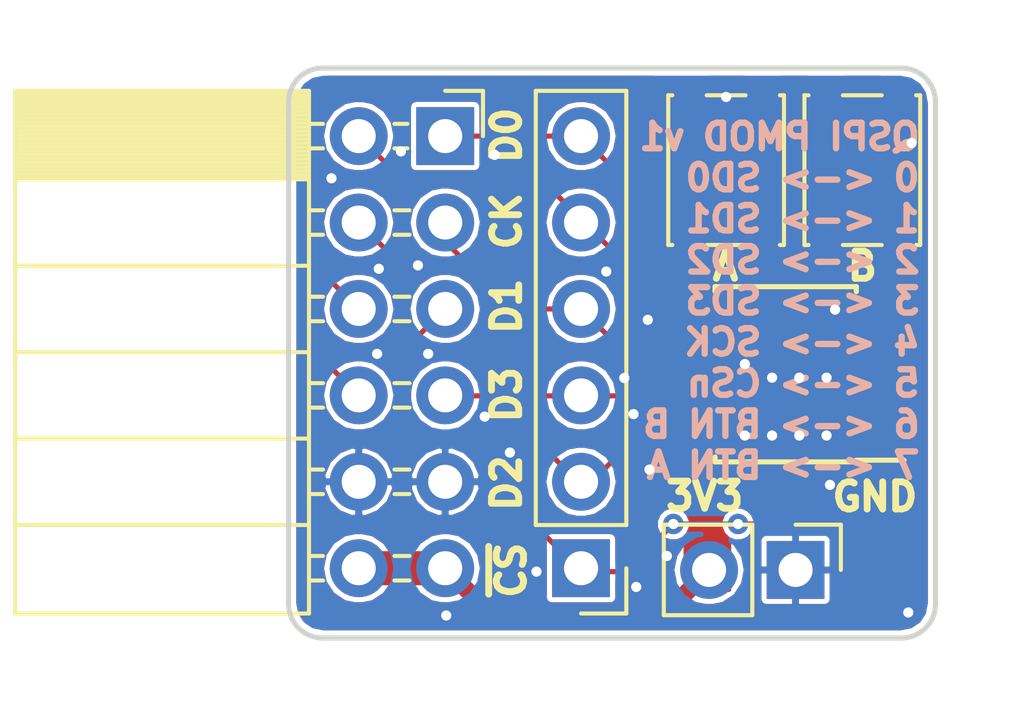
<source format=kicad_pcb>
(kicad_pcb (version 20171130) (host pcbnew 5.0.2-bee76a0~70~ubuntu18.04.1)

  (general
    (thickness 1.6)
    (drawings 19)
    (tracks 109)
    (zones 0)
    (modules 7)
    (nets 11)
  )

  (page A4)
  (layers
    (0 F.Cu signal)
    (31 B.Cu signal)
    (32 B.Adhes user hide)
    (33 F.Adhes user hide)
    (34 B.Paste user hide)
    (35 F.Paste user hide)
    (36 B.SilkS user hide)
    (37 F.SilkS user hide)
    (38 B.Mask user hide)
    (39 F.Mask user hide)
    (40 Dwgs.User user hide)
    (41 Cmts.User user hide)
    (42 Eco1.User user hide)
    (43 Eco2.User user hide)
    (44 Edge.Cuts user)
    (45 Margin user hide)
    (46 B.CrtYd user hide)
    (47 F.CrtYd user)
    (48 B.Fab user hide)
    (49 F.Fab user hide)
  )

  (setup
    (last_trace_width 0.15)
    (user_trace_width 0.2)
    (user_trace_width 0.3)
    (user_trace_width 0.5)
    (user_trace_width 1)
    (trace_clearance 0.15)
    (zone_clearance 0.15)
    (zone_45_only yes)
    (trace_min 0.15)
    (segment_width 0.2)
    (edge_width 0.15)
    (via_size 0.6)
    (via_drill 0.3)
    (via_min_size 0.6)
    (via_min_drill 0.3)
    (uvia_size 0.3)
    (uvia_drill 0.1)
    (uvias_allowed no)
    (uvia_min_size 0.2)
    (uvia_min_drill 0.1)
    (pcb_text_width 0.3)
    (pcb_text_size 1.5 1.5)
    (mod_edge_width 0.15)
    (mod_text_size 1 1)
    (mod_text_width 0.15)
    (pad_size 1.524 1.524)
    (pad_drill 0.762)
    (pad_to_mask_clearance 0.051)
    (solder_mask_min_width 0.25)
    (aux_axis_origin 0 0)
    (visible_elements FFFFF77F)
    (pcbplotparams
      (layerselection 0x010fc_ffffffff)
      (usegerberextensions false)
      (usegerberattributes false)
      (usegerberadvancedattributes false)
      (creategerberjobfile false)
      (excludeedgelayer true)
      (linewidth 0.100000)
      (plotframeref false)
      (viasonmask false)
      (mode 1)
      (useauxorigin false)
      (hpglpennumber 1)
      (hpglpenspeed 20)
      (hpglpendiameter 15.000000)
      (psnegative false)
      (psa4output false)
      (plotreference true)
      (plotvalue true)
      (plotinvisibletext false)
      (padsonsilk false)
      (subtractmaskfromsilk false)
      (outputformat 1)
      (mirror false)
      (drillshape 1)
      (scaleselection 1)
      (outputdirectory ""))
  )

  (net 0 "")
  (net 1 +3V3)
  (net 2 GND)
  (net 3 /SD0)
  (net 4 /SCK)
  (net 5 /SD1)
  (net 6 /~CS~)
  (net 7 /SD2)
  (net 8 /BUTTON_B)
  (net 9 /SD3)
  (net 10 /BUTTON_A)

  (net_class Default "This is the default net class."
    (clearance 0.15)
    (trace_width 0.15)
    (via_dia 0.6)
    (via_drill 0.3)
    (uvia_dia 0.3)
    (uvia_drill 0.1)
    (add_net +3V3)
    (add_net /BUTTON_A)
    (add_net /BUTTON_B)
    (add_net /SCK)
    (add_net /SD0)
    (add_net /SD1)
    (add_net /SD2)
    (add_net /SD3)
    (add_net /~CS~)
    (add_net GND)
  )

  (module Capacitor_SMD:C_0402_1005Metric (layer F.Cu) (tedit 5F3D258C) (tstamp 5F557A28)
    (at 125 102.25)
    (descr "Capacitor SMD 0402 (1005 Metric), square (rectangular) end terminal, IPC_7351 nominal, (Body size source: http://www.tortai-tech.com/upload/download/2011102023233369053.pdf), generated with kicad-footprint-generator")
    (tags capacitor)
    (path /5F3D23D2)
    (attr smd)
    (fp_text reference C1 (at 0 -1.17) (layer F.SilkS) hide
      (effects (font (size 1 1) (thickness 0.15)))
    )
    (fp_text value 100n (at 0 1.17) (layer F.Fab)
      (effects (font (size 1 1) (thickness 0.15)))
    )
    (fp_line (start -0.5 0.25) (end -0.5 -0.25) (layer F.Fab) (width 0.1))
    (fp_line (start -0.5 -0.25) (end 0.5 -0.25) (layer F.Fab) (width 0.1))
    (fp_line (start 0.5 -0.25) (end 0.5 0.25) (layer F.Fab) (width 0.1))
    (fp_line (start 0.5 0.25) (end -0.5 0.25) (layer F.Fab) (width 0.1))
    (fp_line (start -0.93 0.47) (end -0.93 -0.47) (layer F.CrtYd) (width 0.05))
    (fp_line (start -0.93 -0.47) (end 0.93 -0.47) (layer F.CrtYd) (width 0.05))
    (fp_line (start 0.93 -0.47) (end 0.93 0.47) (layer F.CrtYd) (width 0.05))
    (fp_line (start 0.93 0.47) (end -0.93 0.47) (layer F.CrtYd) (width 0.05))
    (fp_text user %R (at 0 0) (layer F.Fab)
      (effects (font (size 0.25 0.25) (thickness 0.04)))
    )
    (pad 1 smd roundrect (at -0.485 0) (size 0.59 0.64) (layers F.Cu F.Paste F.Mask) (roundrect_rratio 0.25)
      (net 1 +3V3))
    (pad 2 smd roundrect (at 0.485 0) (size 0.59 0.64) (layers F.Cu F.Paste F.Mask) (roundrect_rratio 0.25)
      (net 2 GND))
    (model ${KISYS3DMOD}/Capacitor_SMD.3dshapes/C_0402_1005Metric.wrl
      (at (xyz 0 0 0))
      (scale (xyz 1 1 1))
      (rotate (xyz 0 0 0))
    )
  )

  (module Connector_PinSocket_2.54mm:PinSocket_2x06_P2.54mm_Horizontal (layer F.Cu) (tedit 5F3D25A1) (tstamp 5F556D3D)
    (at 115 92)
    (descr "Through hole angled socket strip, 2x06, 2.54mm pitch, 8.51mm socket length, double cols (from Kicad 4.0.7), script generated")
    (tags "Through hole angled socket strip THT 2x06 2.54mm double row")
    (path /5F3D11ED)
    (fp_text reference J1 (at -5.65 -2.77) (layer F.SilkS) hide
      (effects (font (size 1 1) (thickness 0.15)))
    )
    (fp_text value 2.54mm_2x06 (at -5.65 15.47) (layer F.Fab)
      (effects (font (size 1 1) (thickness 0.15)))
    )
    (fp_line (start -12.57 -1.27) (end -5.03 -1.27) (layer F.Fab) (width 0.1))
    (fp_line (start -5.03 -1.27) (end -4.06 -0.3) (layer F.Fab) (width 0.1))
    (fp_line (start -4.06 -0.3) (end -4.06 13.97) (layer F.Fab) (width 0.1))
    (fp_line (start -4.06 13.97) (end -12.57 13.97) (layer F.Fab) (width 0.1))
    (fp_line (start -12.57 13.97) (end -12.57 -1.27) (layer F.Fab) (width 0.1))
    (fp_line (start 0 -0.3) (end -4.06 -0.3) (layer F.Fab) (width 0.1))
    (fp_line (start -4.06 0.3) (end 0 0.3) (layer F.Fab) (width 0.1))
    (fp_line (start 0 0.3) (end 0 -0.3) (layer F.Fab) (width 0.1))
    (fp_line (start 0 2.24) (end -4.06 2.24) (layer F.Fab) (width 0.1))
    (fp_line (start -4.06 2.84) (end 0 2.84) (layer F.Fab) (width 0.1))
    (fp_line (start 0 2.84) (end 0 2.24) (layer F.Fab) (width 0.1))
    (fp_line (start 0 4.78) (end -4.06 4.78) (layer F.Fab) (width 0.1))
    (fp_line (start -4.06 5.38) (end 0 5.38) (layer F.Fab) (width 0.1))
    (fp_line (start 0 5.38) (end 0 4.78) (layer F.Fab) (width 0.1))
    (fp_line (start 0 7.32) (end -4.06 7.32) (layer F.Fab) (width 0.1))
    (fp_line (start -4.06 7.92) (end 0 7.92) (layer F.Fab) (width 0.1))
    (fp_line (start 0 7.92) (end 0 7.32) (layer F.Fab) (width 0.1))
    (fp_line (start 0 9.86) (end -4.06 9.86) (layer F.Fab) (width 0.1))
    (fp_line (start -4.06 10.46) (end 0 10.46) (layer F.Fab) (width 0.1))
    (fp_line (start 0 10.46) (end 0 9.86) (layer F.Fab) (width 0.1))
    (fp_line (start 0 12.4) (end -4.06 12.4) (layer F.Fab) (width 0.1))
    (fp_line (start -4.06 13) (end 0 13) (layer F.Fab) (width 0.1))
    (fp_line (start 0 13) (end 0 12.4) (layer F.Fab) (width 0.1))
    (fp_line (start -12.63 -1.21) (end -4 -1.21) (layer F.SilkS) (width 0.12))
    (fp_line (start -12.63 -1.091905) (end -4 -1.091905) (layer F.SilkS) (width 0.12))
    (fp_line (start -12.63 -0.97381) (end -4 -0.97381) (layer F.SilkS) (width 0.12))
    (fp_line (start -12.63 -0.855715) (end -4 -0.855715) (layer F.SilkS) (width 0.12))
    (fp_line (start -12.63 -0.73762) (end -4 -0.73762) (layer F.SilkS) (width 0.12))
    (fp_line (start -12.63 -0.619525) (end -4 -0.619525) (layer F.SilkS) (width 0.12))
    (fp_line (start -12.63 -0.50143) (end -4 -0.50143) (layer F.SilkS) (width 0.12))
    (fp_line (start -12.63 -0.383335) (end -4 -0.383335) (layer F.SilkS) (width 0.12))
    (fp_line (start -12.63 -0.26524) (end -4 -0.26524) (layer F.SilkS) (width 0.12))
    (fp_line (start -12.63 -0.147145) (end -4 -0.147145) (layer F.SilkS) (width 0.12))
    (fp_line (start -12.63 -0.02905) (end -4 -0.02905) (layer F.SilkS) (width 0.12))
    (fp_line (start -12.63 0.089045) (end -4 0.089045) (layer F.SilkS) (width 0.12))
    (fp_line (start -12.63 0.20714) (end -4 0.20714) (layer F.SilkS) (width 0.12))
    (fp_line (start -12.63 0.325235) (end -4 0.325235) (layer F.SilkS) (width 0.12))
    (fp_line (start -12.63 0.44333) (end -4 0.44333) (layer F.SilkS) (width 0.12))
    (fp_line (start -12.63 0.561425) (end -4 0.561425) (layer F.SilkS) (width 0.12))
    (fp_line (start -12.63 0.67952) (end -4 0.67952) (layer F.SilkS) (width 0.12))
    (fp_line (start -12.63 0.797615) (end -4 0.797615) (layer F.SilkS) (width 0.12))
    (fp_line (start -12.63 0.91571) (end -4 0.91571) (layer F.SilkS) (width 0.12))
    (fp_line (start -12.63 1.033805) (end -4 1.033805) (layer F.SilkS) (width 0.12))
    (fp_line (start -12.63 1.1519) (end -4 1.1519) (layer F.SilkS) (width 0.12))
    (fp_line (start -4 -0.36) (end -3.59 -0.36) (layer F.SilkS) (width 0.12))
    (fp_line (start -1.49 -0.36) (end -1.11 -0.36) (layer F.SilkS) (width 0.12))
    (fp_line (start -4 0.36) (end -3.59 0.36) (layer F.SilkS) (width 0.12))
    (fp_line (start -1.49 0.36) (end -1.11 0.36) (layer F.SilkS) (width 0.12))
    (fp_line (start -4 2.18) (end -3.59 2.18) (layer F.SilkS) (width 0.12))
    (fp_line (start -1.49 2.18) (end -1.05 2.18) (layer F.SilkS) (width 0.12))
    (fp_line (start -4 2.9) (end -3.59 2.9) (layer F.SilkS) (width 0.12))
    (fp_line (start -1.49 2.9) (end -1.05 2.9) (layer F.SilkS) (width 0.12))
    (fp_line (start -4 4.72) (end -3.59 4.72) (layer F.SilkS) (width 0.12))
    (fp_line (start -1.49 4.72) (end -1.05 4.72) (layer F.SilkS) (width 0.12))
    (fp_line (start -4 5.44) (end -3.59 5.44) (layer F.SilkS) (width 0.12))
    (fp_line (start -1.49 5.44) (end -1.05 5.44) (layer F.SilkS) (width 0.12))
    (fp_line (start -4 7.26) (end -3.59 7.26) (layer F.SilkS) (width 0.12))
    (fp_line (start -1.49 7.26) (end -1.05 7.26) (layer F.SilkS) (width 0.12))
    (fp_line (start -4 7.98) (end -3.59 7.98) (layer F.SilkS) (width 0.12))
    (fp_line (start -1.49 7.98) (end -1.05 7.98) (layer F.SilkS) (width 0.12))
    (fp_line (start -4 9.8) (end -3.59 9.8) (layer F.SilkS) (width 0.12))
    (fp_line (start -1.49 9.8) (end -1.05 9.8) (layer F.SilkS) (width 0.12))
    (fp_line (start -4 10.52) (end -3.59 10.52) (layer F.SilkS) (width 0.12))
    (fp_line (start -1.49 10.52) (end -1.05 10.52) (layer F.SilkS) (width 0.12))
    (fp_line (start -4 12.34) (end -3.59 12.34) (layer F.SilkS) (width 0.12))
    (fp_line (start -1.49 12.34) (end -1.05 12.34) (layer F.SilkS) (width 0.12))
    (fp_line (start -4 13.06) (end -3.59 13.06) (layer F.SilkS) (width 0.12))
    (fp_line (start -1.49 13.06) (end -1.05 13.06) (layer F.SilkS) (width 0.12))
    (fp_line (start -12.63 1.27) (end -4 1.27) (layer F.SilkS) (width 0.12))
    (fp_line (start -12.63 3.81) (end -4 3.81) (layer F.SilkS) (width 0.12))
    (fp_line (start -12.63 6.35) (end -4 6.35) (layer F.SilkS) (width 0.12))
    (fp_line (start -12.63 8.89) (end -4 8.89) (layer F.SilkS) (width 0.12))
    (fp_line (start -12.63 11.43) (end -4 11.43) (layer F.SilkS) (width 0.12))
    (fp_line (start -12.63 -1.33) (end -4 -1.33) (layer F.SilkS) (width 0.12))
    (fp_line (start -4 -1.33) (end -4 14.03) (layer F.SilkS) (width 0.12))
    (fp_line (start -12.63 14.03) (end -4 14.03) (layer F.SilkS) (width 0.12))
    (fp_line (start -12.63 -1.33) (end -12.63 14.03) (layer F.SilkS) (width 0.12))
    (fp_line (start 1.11 -1.33) (end 1.11 0) (layer F.SilkS) (width 0.12))
    (fp_line (start 0 -1.33) (end 1.11 -1.33) (layer F.SilkS) (width 0.12))
    (fp_line (start 1.8 -1.8) (end -13.05 -1.8) (layer F.CrtYd) (width 0.05))
    (fp_line (start -13.05 -1.8) (end -13.05 14.45) (layer F.CrtYd) (width 0.05))
    (fp_line (start -13.05 14.45) (end 1.8 14.45) (layer F.CrtYd) (width 0.05))
    (fp_line (start 1.8 14.45) (end 1.8 -1.8) (layer F.CrtYd) (width 0.05))
    (fp_text user %R (at -8.315 6.35 90) (layer F.Fab)
      (effects (font (size 1 1) (thickness 0.15)))
    )
    (pad 1 thru_hole rect (at 0 0) (size 1.7 1.7) (drill 1) (layers *.Cu *.Mask)
      (net 3 /SD0))
    (pad 2 thru_hole oval (at -2.54 0) (size 1.7 1.7) (drill 1) (layers *.Cu *.Mask)
      (net 4 /SCK))
    (pad 3 thru_hole oval (at 0 2.54) (size 1.7 1.7) (drill 1) (layers *.Cu *.Mask)
      (net 5 /SD1))
    (pad 4 thru_hole oval (at -2.54 2.54) (size 1.7 1.7) (drill 1) (layers *.Cu *.Mask)
      (net 6 /~CS~))
    (pad 5 thru_hole oval (at 0 5.08) (size 1.7 1.7) (drill 1) (layers *.Cu *.Mask)
      (net 7 /SD2))
    (pad 6 thru_hole oval (at -2.54 5.08) (size 1.7 1.7) (drill 1) (layers *.Cu *.Mask)
      (net 8 /BUTTON_B))
    (pad 7 thru_hole oval (at 0 7.62) (size 1.7 1.7) (drill 1) (layers *.Cu *.Mask)
      (net 9 /SD3))
    (pad 8 thru_hole oval (at -2.54 7.62) (size 1.7 1.7) (drill 1) (layers *.Cu *.Mask)
      (net 10 /BUTTON_A))
    (pad 9 thru_hole oval (at 0 10.16) (size 1.7 1.7) (drill 1) (layers *.Cu *.Mask)
      (net 2 GND))
    (pad 10 thru_hole oval (at -2.54 10.16) (size 1.7 1.7) (drill 1) (layers *.Cu *.Mask)
      (net 2 GND))
    (pad 11 thru_hole oval (at 0 12.7) (size 1.7 1.7) (drill 1) (layers *.Cu *.Mask)
      (net 1 +3V3))
    (pad 12 thru_hole oval (at -2.54 12.7) (size 1.7 1.7) (drill 1) (layers *.Cu *.Mask)
      (net 1 +3V3))
    (model ${KISYS3DMOD}/Connector_PinHeader_2.54mm.3dshapes/PinHeader_2x06_P2.54mm_Horizontal.wrl
      (offset (xyz 0 -12.7 0))
      (scale (xyz 1 1 1))
      (rotate (xyz 0 0 180))
    )
  )

  (module picodvi:SW_SPST_PTS815 (layer F.Cu) (tedit 5F3D2578) (tstamp 5F557931)
    (at 123.25 93 90)
    (descr "C&K Components, PTS 810 Series, Microminiature SMT Top Actuated, http://www.ckswitches.com/media/1476/pts810.pdf")
    (tags "SPST Button Switch")
    (path /5F3D5B10)
    (attr smd)
    (fp_text reference SW1 (at 0 -2.6 90) (layer F.SilkS) hide
      (effects (font (size 1 1) (thickness 0.15)))
    )
    (fp_text value SW_Push (at 0 2.6 90) (layer F.Fab)
      (effects (font (size 1 1) (thickness 0.15)))
    )
    (fp_line (start -2.85 -1.85) (end 2.85 -1.85) (layer F.CrtYd) (width 0.05))
    (fp_line (start -2.85 1.85) (end -2.85 -1.85) (layer F.CrtYd) (width 0.05))
    (fp_line (start 2.85 1.85) (end -2.85 1.85) (layer F.CrtYd) (width 0.05))
    (fp_line (start 2.85 -1.85) (end 2.85 1.85) (layer F.CrtYd) (width 0.05))
    (fp_text user %R (at 0 0 90) (layer F.Fab)
      (effects (font (size 0.6 0.6) (thickness 0.09)))
    )
    (fp_line (start 2.2 -1.58) (end 2.2 -1.7) (layer F.SilkS) (width 0.12))
    (fp_line (start 2.2 0.57) (end 2.2 -0.57) (layer F.SilkS) (width 0.12))
    (fp_line (start 2.2 1.7) (end 2.2 1.58) (layer F.SilkS) (width 0.12))
    (fp_line (start -2.2 1.7) (end 2.2 1.7) (layer F.SilkS) (width 0.12))
    (fp_line (start -2.2 1.58) (end -2.2 1.7) (layer F.SilkS) (width 0.12))
    (fp_line (start -2.2 -0.57) (end -2.2 0.57) (layer F.SilkS) (width 0.12))
    (fp_line (start -2.2 -1.7) (end -2.2 -1.58) (layer F.SilkS) (width 0.12))
    (fp_line (start 2.2 -1.7) (end -2.2 -1.7) (layer F.SilkS) (width 0.12))
    (fp_line (start 0.4 1.1) (end -0.4 1.1) (layer F.Fab) (width 0.1))
    (fp_line (start -0.4 -1.1) (end 0.4 -1.1) (layer F.Fab) (width 0.1))
    (fp_arc (start -0.4 0) (end -0.4 1.1) (angle 180) (layer F.Fab) (width 0.1))
    (fp_line (start -2.1 1.6) (end 2.1 1.6) (layer F.Fab) (width 0.1))
    (fp_line (start -2.1 -1.6) (end -2.1 1.6) (layer F.Fab) (width 0.1))
    (fp_line (start 2.1 -1.6) (end -2.1 -1.6) (layer F.Fab) (width 0.1))
    (fp_line (start 2.1 1.6) (end 2.1 -1.6) (layer F.Fab) (width 0.1))
    (fp_arc (start 0.4 0) (end 0.4 -1.1) (angle 180) (layer F.Fab) (width 0.1))
    (pad "" smd rect (at -2.075 -1.075 90) (size 1.05 0.65) (layers F.Cu F.Paste F.Mask))
    (pad 1 smd rect (at 2.075 -1.075 90) (size 1.05 0.65) (layers F.Cu F.Paste F.Mask)
      (net 10 /BUTTON_A))
    (pad 2 smd rect (at -2.075 1.075 90) (size 1.05 0.65) (layers F.Cu F.Paste F.Mask)
      (net 2 GND))
    (pad 2 smd rect (at 2.075 1.075 90) (size 1.05 0.65) (layers F.Cu F.Paste F.Mask)
      (net 2 GND))
    (model ${KISYS3DMOD}/Button_Switch_SMD.3dshapes/SW_SPST_PTS810.wrl
      (at (xyz 0 0 0))
      (scale (xyz 1 1 1))
      (rotate (xyz 0 0 0))
    )
  )

  (module picodvi:SW_SPST_PTS815 (layer F.Cu) (tedit 5F3D257C) (tstamp 5F557988)
    (at 127.25 93 90)
    (descr "C&K Components, PTS 810 Series, Microminiature SMT Top Actuated, http://www.ckswitches.com/media/1476/pts810.pdf")
    (tags "SPST Button Switch")
    (path /5F3D60DA)
    (attr smd)
    (fp_text reference SW2 (at 0 -2.6 90) (layer F.SilkS) hide
      (effects (font (size 1 1) (thickness 0.15)))
    )
    (fp_text value SW_Push (at 0 2.6 90) (layer F.Fab)
      (effects (font (size 1 1) (thickness 0.15)))
    )
    (fp_arc (start 0.4 0) (end 0.4 -1.1) (angle 180) (layer F.Fab) (width 0.1))
    (fp_line (start 2.1 1.6) (end 2.1 -1.6) (layer F.Fab) (width 0.1))
    (fp_line (start 2.1 -1.6) (end -2.1 -1.6) (layer F.Fab) (width 0.1))
    (fp_line (start -2.1 -1.6) (end -2.1 1.6) (layer F.Fab) (width 0.1))
    (fp_line (start -2.1 1.6) (end 2.1 1.6) (layer F.Fab) (width 0.1))
    (fp_arc (start -0.4 0) (end -0.4 1.1) (angle 180) (layer F.Fab) (width 0.1))
    (fp_line (start -0.4 -1.1) (end 0.4 -1.1) (layer F.Fab) (width 0.1))
    (fp_line (start 0.4 1.1) (end -0.4 1.1) (layer F.Fab) (width 0.1))
    (fp_line (start 2.2 -1.7) (end -2.2 -1.7) (layer F.SilkS) (width 0.12))
    (fp_line (start -2.2 -1.7) (end -2.2 -1.58) (layer F.SilkS) (width 0.12))
    (fp_line (start -2.2 -0.57) (end -2.2 0.57) (layer F.SilkS) (width 0.12))
    (fp_line (start -2.2 1.58) (end -2.2 1.7) (layer F.SilkS) (width 0.12))
    (fp_line (start -2.2 1.7) (end 2.2 1.7) (layer F.SilkS) (width 0.12))
    (fp_line (start 2.2 1.7) (end 2.2 1.58) (layer F.SilkS) (width 0.12))
    (fp_line (start 2.2 0.57) (end 2.2 -0.57) (layer F.SilkS) (width 0.12))
    (fp_line (start 2.2 -1.58) (end 2.2 -1.7) (layer F.SilkS) (width 0.12))
    (fp_text user %R (at 0 0 90) (layer F.Fab)
      (effects (font (size 0.6 0.6) (thickness 0.09)))
    )
    (fp_line (start 2.85 -1.85) (end 2.85 1.85) (layer F.CrtYd) (width 0.05))
    (fp_line (start 2.85 1.85) (end -2.85 1.85) (layer F.CrtYd) (width 0.05))
    (fp_line (start -2.85 1.85) (end -2.85 -1.85) (layer F.CrtYd) (width 0.05))
    (fp_line (start -2.85 -1.85) (end 2.85 -1.85) (layer F.CrtYd) (width 0.05))
    (pad 2 smd rect (at 2.075 1.075 90) (size 1.05 0.65) (layers F.Cu F.Paste F.Mask)
      (net 2 GND))
    (pad 2 smd rect (at -2.075 1.075 90) (size 1.05 0.65) (layers F.Cu F.Paste F.Mask)
      (net 2 GND))
    (pad 1 smd rect (at 2.075 -1.075 90) (size 1.05 0.65) (layers F.Cu F.Paste F.Mask)
      (net 8 /BUTTON_B))
    (pad "" smd rect (at -2.075 -1.075 90) (size 1.05 0.65) (layers F.Cu F.Paste F.Mask))
    (model ${KISYS3DMOD}/Button_Switch_SMD.3dshapes/SW_SPST_PTS810.wrl
      (at (xyz 0 0 0))
      (scale (xyz 1 1 1))
      (rotate (xyz 0 0 0))
    )
  )

  (module Package_SO:SOIC-8_3.9x4.9mm_P1.27mm (layer F.Cu) (tedit 5F3D2592) (tstamp 5F5579DC)
    (at 125 99 180)
    (descr "8-Lead Plastic Small Outline (SN) - Narrow, 3.90 mm Body [SOIC] (see Microchip Packaging Specification http://ww1.microchip.com/downloads/en/PackagingSpec/00000049BQ.pdf)")
    (tags "SOIC 1.27")
    (path /5F3D1B45)
    (attr smd)
    (fp_text reference U1 (at 0 -3.5 180) (layer F.SilkS) hide
      (effects (font (size 1 1) (thickness 0.15)))
    )
    (fp_text value LY68L6400 (at 0 3.5 180) (layer F.Fab)
      (effects (font (size 1 1) (thickness 0.15)))
    )
    (fp_text user %R (at 0 0 180) (layer F.Fab)
      (effects (font (size 1 1) (thickness 0.15)))
    )
    (fp_line (start -0.95 -2.45) (end 1.95 -2.45) (layer F.Fab) (width 0.1))
    (fp_line (start 1.95 -2.45) (end 1.95 2.45) (layer F.Fab) (width 0.1))
    (fp_line (start 1.95 2.45) (end -1.95 2.45) (layer F.Fab) (width 0.1))
    (fp_line (start -1.95 2.45) (end -1.95 -1.45) (layer F.Fab) (width 0.1))
    (fp_line (start -1.95 -1.45) (end -0.95 -2.45) (layer F.Fab) (width 0.1))
    (fp_line (start -3.73 -2.7) (end -3.73 2.7) (layer F.CrtYd) (width 0.05))
    (fp_line (start 3.73 -2.7) (end 3.73 2.7) (layer F.CrtYd) (width 0.05))
    (fp_line (start -3.73 -2.7) (end 3.73 -2.7) (layer F.CrtYd) (width 0.05))
    (fp_line (start -3.73 2.7) (end 3.73 2.7) (layer F.CrtYd) (width 0.05))
    (fp_line (start -2.075 -2.575) (end -2.075 -2.525) (layer F.SilkS) (width 0.15))
    (fp_line (start 2.075 -2.575) (end 2.075 -2.43) (layer F.SilkS) (width 0.15))
    (fp_line (start 2.075 2.575) (end 2.075 2.43) (layer F.SilkS) (width 0.15))
    (fp_line (start -2.075 2.575) (end -2.075 2.43) (layer F.SilkS) (width 0.15))
    (fp_line (start -2.075 -2.575) (end 2.075 -2.575) (layer F.SilkS) (width 0.15))
    (fp_line (start -2.075 2.575) (end 2.075 2.575) (layer F.SilkS) (width 0.15))
    (fp_line (start -2.075 -2.525) (end -3.475 -2.525) (layer F.SilkS) (width 0.15))
    (pad 1 smd rect (at -2.7 -1.905 180) (size 1.55 0.6) (layers F.Cu F.Paste F.Mask)
      (net 6 /~CS~))
    (pad 2 smd rect (at -2.7 -0.635 180) (size 1.55 0.6) (layers F.Cu F.Paste F.Mask)
      (net 5 /SD1))
    (pad 3 smd rect (at -2.7 0.635 180) (size 1.55 0.6) (layers F.Cu F.Paste F.Mask)
      (net 7 /SD2))
    (pad 4 smd rect (at -2.7 1.905 180) (size 1.55 0.6) (layers F.Cu F.Paste F.Mask)
      (net 2 GND))
    (pad 5 smd rect (at 2.7 1.905 180) (size 1.55 0.6) (layers F.Cu F.Paste F.Mask)
      (net 3 /SD0))
    (pad 6 smd rect (at 2.7 0.635 180) (size 1.55 0.6) (layers F.Cu F.Paste F.Mask)
      (net 4 /SCK))
    (pad 7 smd rect (at 2.7 -0.635 180) (size 1.55 0.6) (layers F.Cu F.Paste F.Mask)
      (net 9 /SD3))
    (pad 8 smd rect (at 2.7 -1.905 180) (size 1.55 0.6) (layers F.Cu F.Paste F.Mask)
      (net 1 +3V3))
    (model ${KISYS3DMOD}/Package_SO.3dshapes/SOIC-8_3.9x4.9mm_P1.27mm.wrl
      (at (xyz 0 0 0))
      (scale (xyz 1 1 1))
      (rotate (xyz 0 0 0))
    )
  )

  (module Connector_PinHeader_2.54mm:PinHeader_1x02_P2.54mm_Vertical (layer F.Cu) (tedit 5F3D2580) (tstamp 5F5578E2)
    (at 125.29 104.75 270)
    (descr "Through hole straight pin header, 1x02, 2.54mm pitch, single row")
    (tags "Through hole pin header THT 1x02 2.54mm single row")
    (path /5F3D9CD2)
    (fp_text reference J3 (at 0 -2.33 270) (layer F.SilkS) hide
      (effects (font (size 1 1) (thickness 0.15)))
    )
    (fp_text value Conn_01x02 (at 0 4.87 270) (layer F.Fab)
      (effects (font (size 1 1) (thickness 0.15)))
    )
    (fp_line (start -0.635 -1.27) (end 1.27 -1.27) (layer F.Fab) (width 0.1))
    (fp_line (start 1.27 -1.27) (end 1.27 3.81) (layer F.Fab) (width 0.1))
    (fp_line (start 1.27 3.81) (end -1.27 3.81) (layer F.Fab) (width 0.1))
    (fp_line (start -1.27 3.81) (end -1.27 -0.635) (layer F.Fab) (width 0.1))
    (fp_line (start -1.27 -0.635) (end -0.635 -1.27) (layer F.Fab) (width 0.1))
    (fp_line (start -1.33 3.87) (end 1.33 3.87) (layer F.SilkS) (width 0.12))
    (fp_line (start -1.33 1.27) (end -1.33 3.87) (layer F.SilkS) (width 0.12))
    (fp_line (start 1.33 1.27) (end 1.33 3.87) (layer F.SilkS) (width 0.12))
    (fp_line (start -1.33 1.27) (end 1.33 1.27) (layer F.SilkS) (width 0.12))
    (fp_line (start -1.33 0) (end -1.33 -1.33) (layer F.SilkS) (width 0.12))
    (fp_line (start -1.33 -1.33) (end 0 -1.33) (layer F.SilkS) (width 0.12))
    (fp_line (start -1.8 -1.8) (end -1.8 4.35) (layer F.CrtYd) (width 0.05))
    (fp_line (start -1.8 4.35) (end 1.8 4.35) (layer F.CrtYd) (width 0.05))
    (fp_line (start 1.8 4.35) (end 1.8 -1.8) (layer F.CrtYd) (width 0.05))
    (fp_line (start 1.8 -1.8) (end -1.8 -1.8) (layer F.CrtYd) (width 0.05))
    (fp_text user %R (at 0 1.27) (layer F.Fab)
      (effects (font (size 1 1) (thickness 0.15)))
    )
    (pad 1 thru_hole rect (at 0 0 270) (size 1.7 1.7) (drill 1) (layers *.Cu *.Mask)
      (net 2 GND))
    (pad 2 thru_hole oval (at 0 2.54 270) (size 1.7 1.7) (drill 1) (layers *.Cu *.Mask)
      (net 1 +3V3))
    (model ${KISYS3DMOD}/Connector_PinHeader_2.54mm.3dshapes/PinHeader_1x02_P2.54mm_Vertical.wrl
      (at (xyz 0 0 0))
      (scale (xyz 1 1 1))
      (rotate (xyz 0 0 0))
    )
  )

  (module Connector_PinHeader_2.54mm:PinHeader_1x06_P2.54mm_Vertical (layer F.Cu) (tedit 5F3D2599) (tstamp 5F557A60)
    (at 118.99 104.7 180)
    (descr "Through hole straight pin header, 1x06, 2.54mm pitch, single row")
    (tags "Through hole pin header THT 1x06 2.54mm single row")
    (path /5F3D958D)
    (fp_text reference J2 (at 0 -2.33 180) (layer F.SilkS) hide
      (effects (font (size 1 1) (thickness 0.15)))
    )
    (fp_text value Conn_01x06 (at 0 15.03 180) (layer F.Fab)
      (effects (font (size 1 1) (thickness 0.15)))
    )
    (fp_line (start -0.635 -1.27) (end 1.27 -1.27) (layer F.Fab) (width 0.1))
    (fp_line (start 1.27 -1.27) (end 1.27 13.97) (layer F.Fab) (width 0.1))
    (fp_line (start 1.27 13.97) (end -1.27 13.97) (layer F.Fab) (width 0.1))
    (fp_line (start -1.27 13.97) (end -1.27 -0.635) (layer F.Fab) (width 0.1))
    (fp_line (start -1.27 -0.635) (end -0.635 -1.27) (layer F.Fab) (width 0.1))
    (fp_line (start -1.33 14.03) (end 1.33 14.03) (layer F.SilkS) (width 0.12))
    (fp_line (start -1.33 1.27) (end -1.33 14.03) (layer F.SilkS) (width 0.12))
    (fp_line (start 1.33 1.27) (end 1.33 14.03) (layer F.SilkS) (width 0.12))
    (fp_line (start -1.33 1.27) (end 1.33 1.27) (layer F.SilkS) (width 0.12))
    (fp_line (start -1.33 0) (end -1.33 -1.33) (layer F.SilkS) (width 0.12))
    (fp_line (start -1.33 -1.33) (end 0 -1.33) (layer F.SilkS) (width 0.12))
    (fp_line (start -1.8 -1.8) (end -1.8 14.5) (layer F.CrtYd) (width 0.05))
    (fp_line (start -1.8 14.5) (end 1.8 14.5) (layer F.CrtYd) (width 0.05))
    (fp_line (start 1.8 14.5) (end 1.8 -1.8) (layer F.CrtYd) (width 0.05))
    (fp_line (start 1.8 -1.8) (end -1.8 -1.8) (layer F.CrtYd) (width 0.05))
    (fp_text user %R (at 0 6.35 270) (layer F.Fab)
      (effects (font (size 1 1) (thickness 0.15)))
    )
    (pad 1 thru_hole rect (at 0 0 180) (size 1.7 1.7) (drill 1) (layers *.Cu *.Mask)
      (net 6 /~CS~))
    (pad 2 thru_hole oval (at 0 2.54 180) (size 1.7 1.7) (drill 1) (layers *.Cu *.Mask)
      (net 7 /SD2))
    (pad 3 thru_hole oval (at 0 5.08 180) (size 1.7 1.7) (drill 1) (layers *.Cu *.Mask)
      (net 9 /SD3))
    (pad 4 thru_hole oval (at 0 7.62 180) (size 1.7 1.7) (drill 1) (layers *.Cu *.Mask)
      (net 5 /SD1))
    (pad 5 thru_hole oval (at 0 10.16 180) (size 1.7 1.7) (drill 1) (layers *.Cu *.Mask)
      (net 4 /SCK))
    (pad 6 thru_hole oval (at 0 12.7 180) (size 1.7 1.7) (drill 1) (layers *.Cu *.Mask)
      (net 3 /SD0))
    (model ${KISYS3DMOD}/Connector_PinHeader_2.54mm.3dshapes/PinHeader_1x06_P2.54mm_Vertical.wrl
      (at (xyz 0 0 0))
      (scale (xyz 1 1 1))
      (rotate (xyz 0 0 0))
    )
  )

  (gr_text "QSPI PMOD v1\n0 <-> SD0\n1 <-> SD1\n2 <-> SD2\n3 <-> SD3\n4 <-> SCK\n5 <-> CSn\n6 <-> BTN B\n7 <-> BTN A" (at 129.03 96.85) (layer B.SilkS) (tstamp 5F55CC24)
    (effects (font (size 0.75 0.75) (thickness 0.1875)) (justify left mirror))
  )
  (gr_text B (at 127.25 95.82) (layer F.SilkS) (tstamp 5F55BBEA)
    (effects (font (size 0.8 0.8) (thickness 0.2)))
  )
  (gr_text "A\n" (at 123.23 95.82) (layer F.SilkS) (tstamp 5F55BAE9)
    (effects (font (size 0.8 0.8) (thickness 0.2)))
  )
  (gr_text "GND\n" (at 127.62 102.6) (layer F.SilkS) (tstamp 5F55BA4F)
    (effects (font (size 0.8 0.8) (thickness 0.2)))
  )
  (gr_text 3V3 (at 122.62 102.58) (layer F.SilkS) (tstamp 5F55B9FE)
    (effects (font (size 0.8 0.8) (thickness 0.2)))
  )
  (gr_text D0 (at 116.8 91.98 90) (layer F.SilkS) (tstamp 5F55B94D)
    (effects (font (size 0.8 0.8) (thickness 0.2)))
  )
  (gr_text CK (at 116.8 94.5 90) (layer F.SilkS) (tstamp 5F55B8FF)
    (effects (font (size 0.8 0.8) (thickness 0.2)))
  )
  (gr_text "D1\n" (at 116.8 97 90) (layer F.SilkS) (tstamp 5F55B84E)
    (effects (font (size 0.8 0.8) (thickness 0.2)))
  )
  (gr_text D3 (at 116.8 99.6 90) (layer F.SilkS) (tstamp 5F55B79D)
    (effects (font (size 0.8 0.8) (thickness 0.2)))
  )
  (gr_text "D2\n" (at 116.8 102.2 90) (layer F.SilkS) (tstamp 5F55B686)
    (effects (font (size 0.8 0.8) (thickness 0.2)))
  )
  (gr_text ~CS~ (at 116.94 104.76 90) (layer F.SilkS)
    (effects (font (size 0.8 0.8) (thickness 0.2)))
  )
  (gr_arc (start 111.4 91) (end 111.4 90) (angle -90) (layer Edge.Cuts) (width 0.15) (tstamp 5F557A45))
  (gr_arc (start 111.4 105.75) (end 110.4 105.75) (angle -90) (layer Edge.Cuts) (width 0.15) (tstamp 5F557A18))
  (gr_arc (start 128.4 105.75) (end 128.4 106.75) (angle -90) (layer Edge.Cuts) (width 0.15) (tstamp 5F557910))
  (gr_arc (start 128.4 91) (end 129.4 91) (angle -90) (layer Edge.Cuts) (width 0.15) (tstamp 5F5578CB))
  (gr_line (start 110.4 105.75) (end 110.4 91) (layer Edge.Cuts) (width 0.15) (tstamp 5F557A15))
  (gr_line (start 128.4 106.75) (end 111.4 106.75) (layer Edge.Cuts) (width 0.15) (tstamp 5F55796A))
  (gr_line (start 129.4 91) (end 129.4 105.75) (layer Edge.Cuts) (width 0.15) (tstamp 5F55790D))
  (gr_line (start 111.4 90) (end 128.4 90) (layer Edge.Cuts) (width 0.15) (tstamp 5F557913))

  (segment (start 112.46 104.7) (end 115 104.7) (width 1) (layer F.Cu) (net 1))
  (segment (start 122.3 100.905) (end 123.105 100.905) (width 0.15) (layer F.Cu) (net 1))
  (segment (start 124.115832 101.915832) (end 124.180832 101.915832) (width 0.15) (layer F.Cu) (net 1))
  (segment (start 124.180832 101.915832) (end 124.515 102.25) (width 0.15) (layer F.Cu) (net 1))
  (segment (start 123.105 100.905) (end 124.115832 101.915832) (width 0.15) (layer F.Cu) (net 1))
  (segment (start 121.900001 105.599999) (end 122.75 104.75) (width 0.5) (layer F.Cu) (net 1))
  (segment (start 121.55 105.95) (end 121.900001 105.599999) (width 0.5) (layer F.Cu) (net 1))
  (segment (start 116.25 105.95) (end 121.55 105.95) (width 0.5) (layer F.Cu) (net 1))
  (segment (start 115 104.7) (end 116.25 105.95) (width 0.5) (layer F.Cu) (net 1))
  (via (at 123.8 100.8) (size 0.6) (drill 0.3) (layers F.Cu B.Cu) (net 2))
  (via (at 124.6 100.8) (size 0.6) (drill 0.3) (layers F.Cu B.Cu) (net 2) (tstamp 5F556545))
  (via (at 125.4 100.8) (size 0.6) (drill 0.3) (layers F.Cu B.Cu) (net 2) (tstamp 5F554EED))
  (via (at 126.2 100.8) (size 0.6) (drill 0.3) (layers F.Cu B.Cu) (net 2) (tstamp 5F554F39))
  (via (at 126.2 99.1) (size 0.6) (drill 0.3) (layers F.Cu B.Cu) (net 2) (tstamp 5F555142))
  (via (at 125.4 99.1) (size 0.6) (drill 0.3) (layers F.Cu B.Cu) (net 2) (tstamp 5F5551AB))
  (via (at 124.6 99.1) (size 0.6) (drill 0.3) (layers F.Cu B.Cu) (net 2) (tstamp 5F555214))
  (via (at 123.8 98.7) (size 0.6) (drill 0.3) (layers F.Cu B.Cu) (net 2) (tstamp 5F55527D))
  (via (at 121 101.8) (size 0.6) (drill 0.3) (layers F.Cu B.Cu) (net 2) (tstamp 5F555330))
  (via (at 116.9 101.3) (size 0.6) (drill 0.3) (layers F.Cu B.Cu) (net 2) (tstamp 5F5553C8))
  (via (at 114.5 98.4) (size 0.6) (drill 0.3) (layers F.Cu B.Cu) (net 2) (tstamp 5F5555C6))
  (via (at 114.2 95.8) (size 0.6) (drill 0.3) (layers F.Cu B.Cu) (net 2) (tstamp 5F555612))
  (via (at 128.7 92.2) (size 0.6) (drill 0.3) (layers F.Cu B.Cu) (net 2) (tstamp 5F555742))
  (via (at 128.6 106) (size 0.6) (drill 0.3) (layers F.Cu B.Cu) (net 2) (tstamp 5F55578E))
  (via (at 117.68 104.8) (size 0.6) (drill 0.3) (layers F.Cu B.Cu) (net 2) (tstamp 5F5558C0))
  (via (at 113 98.4) (size 0.6) (drill 0.3) (layers F.Cu B.Cu) (net 2) (tstamp 5F555972))
  (via (at 113.05 95.9) (size 0.6) (drill 0.3) (layers F.Cu B.Cu) (net 2) (tstamp 5F5559BE))
  (via (at 111.66 93.24) (size 0.6) (drill 0.3) (layers F.Cu B.Cu) (net 2))
  (via (at 116.45 92.55) (size 0.6) (drill 0.3) (layers F.Cu B.Cu) (net 2) (tstamp 5F558AF2))
  (via (at 120.95 97.4) (size 0.6) (drill 0.3) (layers F.Cu B.Cu) (net 2) (tstamp 5F558B3E))
  (via (at 113.7 92.45) (size 0.6) (drill 0.3) (layers F.Cu B.Cu) (net 2) (tstamp 5F558B8A))
  (via (at 123.25 90.85) (size 0.6) (drill 0.3) (layers F.Cu B.Cu) (net 2) (tstamp 5F558BD6))
  (via (at 126.45 97.1) (size 0.6) (drill 0.3) (layers F.Cu B.Cu) (net 2) (tstamp 5F558C22))
  (via (at 126.3 102.25) (size 0.6) (drill 0.3) (layers F.Cu B.Cu) (net 2) (tstamp 5F558C6E))
  (via (at 119.73 95.98) (size 0.6) (drill 0.3) (layers F.Cu B.Cu) (net 2) (tstamp 5F559824))
  (via (at 120.26 99.10999) (size 0.6) (drill 0.3) (layers F.Cu B.Cu) (net 2))
  (via (at 116.16 100.244999) (size 0.6) (drill 0.3) (layers F.Cu B.Cu) (net 2))
  (via (at 120.53 100.17) (size 0.6) (drill 0.3) (layers F.Cu B.Cu) (net 2))
  (via (at 115.03 106.09) (size 0.6) (drill 0.3) (layers F.Cu B.Cu) (net 2) (tstamp 5F55A6F0))
  (via (at 121.51 104.34) (size 0.6) (drill 0.3) (layers F.Cu B.Cu) (net 2) (tstamp 5F55C9E6))
  (via (at 120.61 105.25) (size 0.6) (drill 0.3) (layers F.Cu B.Cu) (net 2) (tstamp 5F55CAF6))
  (segment (start 118.9 92) (end 119 92.1) (width 0.15) (layer F.Cu) (net 3))
  (segment (start 115 92) (end 118.9 92) (width 0.15) (layer F.Cu) (net 3))
  (segment (start 119.09 92.1) (end 121 94.01) (width 0.15) (layer F.Cu) (net 3))
  (segment (start 119 92.1) (end 119.09 92.1) (width 0.15) (layer F.Cu) (net 3))
  (segment (start 121.595 97.095) (end 122.3 97.095) (width 0.15) (layer F.Cu) (net 3))
  (segment (start 121 94.01) (end 121 96.5) (width 0.15) (layer F.Cu) (net 3))
  (segment (start 121 96.5) (end 121.595 97.095) (width 0.15) (layer F.Cu) (net 3))
  (segment (start 117.625001 93.075001) (end 120.3 95.75) (width 0.15) (layer F.Cu) (net 4))
  (segment (start 121.149278 98.365) (end 121.375 98.365) (width 0.15) (layer F.Cu) (net 4))
  (segment (start 120.3 97.515722) (end 121.149278 98.365) (width 0.15) (layer F.Cu) (net 4))
  (segment (start 121.375 98.365) (end 122.3 98.365) (width 0.15) (layer F.Cu) (net 4))
  (segment (start 113.535001 93.075001) (end 117.625001 93.075001) (width 0.15) (layer F.Cu) (net 4))
  (segment (start 112.46 92) (end 113.535001 93.075001) (width 0.15) (layer F.Cu) (net 4))
  (segment (start 120.3 95.75) (end 120.3 97.515722) (width 0.15) (layer F.Cu) (net 4))
  (segment (start 123.935 99.635) (end 127.7 99.635) (width 0.15) (layer F.Cu) (net 5))
  (segment (start 123.3 99) (end 123.935 99.635) (width 0.15) (layer F.Cu) (net 5))
  (segment (start 119.09 97.18) (end 120.91 99) (width 0.15) (layer F.Cu) (net 5))
  (segment (start 119 97.18) (end 119.09 97.18) (width 0.15) (layer F.Cu) (net 5))
  (segment (start 118.9 97.08) (end 119 97.18) (width 0.15) (layer F.Cu) (net 5))
  (segment (start 120.91 99) (end 123.3 99) (width 0.15) (layer F.Cu) (net 5))
  (segment (start 115 94.54) (end 115 95.1) (width 0.15) (layer F.Cu) (net 5))
  (segment (start 115 95.1) (end 117 97.1) (width 0.15) (layer F.Cu) (net 5))
  (segment (start 117 97.1) (end 117.02 97.08) (width 0.15) (layer F.Cu) (net 5))
  (segment (start 117.02 97.08) (end 118.9 97.08) (width 0.15) (layer F.Cu) (net 5))
  (via (at 123.6 103.4) (size 0.6) (drill 0.3) (layers F.Cu B.Cu) (net 6))
  (segment (start 127.7 102.1) (end 127.7 100.905) (width 0.15) (layer F.Cu) (net 6))
  (segment (start 123.6 103.4) (end 126.4 103.4) (width 0.15) (layer F.Cu) (net 6))
  (segment (start 126.4 103.4) (end 127.7 102.1) (width 0.15) (layer F.Cu) (net 6))
  (segment (start 117 102.8) (end 119 104.8) (width 0.15) (layer F.Cu) (net 6))
  (segment (start 113.624988 95.704988) (end 113.624988 100.260269) (width 0.15) (layer F.Cu) (net 6))
  (segment (start 112.46 94.54) (end 113.624988 95.704988) (width 0.15) (layer F.Cu) (net 6))
  (segment (start 115.87002 101.07002) (end 117 102.2) (width 0.15) (layer F.Cu) (net 6))
  (segment (start 113.624988 100.260269) (end 114.434739 101.07002) (width 0.15) (layer F.Cu) (net 6))
  (segment (start 114.434739 101.07002) (end 115.87002 101.07002) (width 0.15) (layer F.Cu) (net 6))
  (segment (start 117 102.2) (end 117 102.8) (width 0.15) (layer F.Cu) (net 6))
  (segment (start 123.6 103.4) (end 121.7 103.4) (width 0.15) (layer B.Cu) (net 6))
  (via (at 121.7 103.4) (size 0.6) (drill 0.3) (layers F.Cu B.Cu) (net 6))
  (segment (start 119 104.8) (end 120.3 104.8) (width 0.15) (layer F.Cu) (net 6))
  (segment (start 121.400001 103.699999) (end 121.7 103.4) (width 0.15) (layer F.Cu) (net 6))
  (segment (start 120.3 104.8) (end 121.400001 103.699999) (width 0.15) (layer F.Cu) (net 6))
  (segment (start 128.700001 98.890001) (end 128.175 98.365) (width 0.15) (layer F.Cu) (net 7))
  (segment (start 128.700001 100.115001) (end 128.700001 98.890001) (width 0.15) (layer F.Cu) (net 7))
  (segment (start 128.565002 100.25) (end 128.700001 100.115001) (width 0.15) (layer F.Cu) (net 7))
  (segment (start 121.21 100.25) (end 128.565002 100.25) (width 0.15) (layer F.Cu) (net 7))
  (segment (start 119.2 102.26) (end 121.21 100.25) (width 0.15) (layer F.Cu) (net 7))
  (segment (start 128.175 98.365) (end 127.7 98.365) (width 0.15) (layer F.Cu) (net 7))
  (segment (start 113.924999 98.155001) (end 113.924999 100.136001) (width 0.15) (layer F.Cu) (net 7))
  (segment (start 114.559007 100.770009) (end 117.510009 100.770009) (width 0.15) (layer F.Cu) (net 7))
  (segment (start 117.510009 100.770009) (end 119 102.26) (width 0.15) (layer F.Cu) (net 7))
  (segment (start 115 97.08) (end 113.924999 98.155001) (width 0.15) (layer F.Cu) (net 7))
  (segment (start 113.924999 100.136001) (end 114.559007 100.770009) (width 0.15) (layer F.Cu) (net 7))
  (segment (start 119 102.26) (end 119.2 102.26) (width 0.15) (layer F.Cu) (net 7))
  (segment (start 111.684257 90.600021) (end 120.000021 90.600021) (width 0.15) (layer F.Cu) (net 8))
  (segment (start 124.949999 91.675001) (end 125.7 90.925) (width 0.15) (layer F.Cu) (net 8))
  (segment (start 121.075001 91.675001) (end 124.949999 91.675001) (width 0.15) (layer F.Cu) (net 8))
  (segment (start 125.7 90.925) (end 126.175 90.925) (width 0.15) (layer F.Cu) (net 8))
  (segment (start 111.05 95.67) (end 111.05 91.234278) (width 0.15) (layer F.Cu) (net 8))
  (segment (start 112.46 97.08) (end 111.05 95.67) (width 0.15) (layer F.Cu) (net 8))
  (segment (start 120.000021 90.600021) (end 121.075001 91.675001) (width 0.15) (layer F.Cu) (net 8))
  (segment (start 111.05 91.234278) (end 111.684257 90.600021) (width 0.15) (layer F.Cu) (net 8))
  (segment (start 120.465 99.635) (end 122.3 99.635) (width 0.15) (layer F.Cu) (net 9))
  (segment (start 115.015 99.635) (end 120.465 99.635) (width 0.15) (layer F.Cu) (net 9))
  (segment (start 115 99.62) (end 115.015 99.635) (width 0.15) (layer F.Cu) (net 9))
  (segment (start 110.749989 91.110011) (end 111.55999 90.30001) (width 0.15) (layer F.Cu) (net 10))
  (segment (start 112.46 99.62) (end 110.749989 97.909989) (width 0.15) (layer F.Cu) (net 10))
  (segment (start 121.7 90.925) (end 122.175 90.925) (width 0.15) (layer F.Cu) (net 10))
  (segment (start 121.07501 90.30001) (end 121.7 90.925) (width 0.15) (layer F.Cu) (net 10))
  (segment (start 110.749989 97.909989) (end 110.749989 91.110011) (width 0.15) (layer F.Cu) (net 10))
  (segment (start 111.55999 90.30001) (end 121.07501 90.30001) (width 0.15) (layer F.Cu) (net 10))

  (zone (net 2) (net_name GND) (layer F.Cu) (tstamp 0) (hatch edge 0.508)
    (connect_pads (clearance 0.15))
    (min_thickness 0.15)
    (fill yes (arc_segments 16) (thermal_gap 0.15) (thermal_bridge_width 0.2))
    (polygon
      (pts
        (xy 110 89) (xy 131 89) (xy 131 108) (xy 110 108)
      )
    )
    (filled_polygon
      (pts
        (xy 127.775 90.355245) (xy 127.775 90.84375) (xy 127.83125 90.9) (xy 128.3 90.9) (xy 128.3 90.88)
        (xy 128.35 90.88) (xy 128.35 90.9) (xy 128.81875 90.9) (xy 128.875 90.84375) (xy 128.875 90.498611)
        (xy 128.890819 90.509181) (xy 129.041286 90.73437) (xy 129.1 91.029549) (xy 129.100001 105.720446) (xy 129.041286 106.01563)
        (xy 128.890819 106.240819) (xy 128.66563 106.391286) (xy 128.370451 106.45) (xy 111.429549 106.45) (xy 111.13437 106.391286)
        (xy 110.909181 106.240819) (xy 110.758714 106.01563) (xy 110.7 105.720451) (xy 110.7 102.352814) (xy 111.402433 102.352814)
        (xy 111.409146 102.386578) (xy 111.575845 102.771475) (xy 111.877149 103.063281) (xy 112.267186 103.21757) (xy 112.435 103.178462)
        (xy 112.435 102.185) (xy 112.485 102.185) (xy 112.485 103.178462) (xy 112.652814 103.21757) (xy 113.042851 103.063281)
        (xy 113.344155 102.771475) (xy 113.510854 102.386578) (xy 113.517567 102.352814) (xy 113.942433 102.352814) (xy 113.949146 102.386578)
        (xy 114.115845 102.771475) (xy 114.417149 103.063281) (xy 114.807186 103.21757) (xy 114.975 103.178462) (xy 114.975 102.185)
        (xy 115.025 102.185) (xy 115.025 103.178462) (xy 115.192814 103.21757) (xy 115.582851 103.063281) (xy 115.884155 102.771475)
        (xy 116.050854 102.386578) (xy 116.057567 102.352814) (xy 116.018443 102.185) (xy 115.025 102.185) (xy 114.975 102.185)
        (xy 113.981557 102.185) (xy 113.942433 102.352814) (xy 113.517567 102.352814) (xy 113.478443 102.185) (xy 112.485 102.185)
        (xy 112.435 102.185) (xy 111.441557 102.185) (xy 111.402433 102.352814) (xy 110.7 102.352814) (xy 110.7 101.967186)
        (xy 111.402433 101.967186) (xy 111.441557 102.135) (xy 112.435 102.135) (xy 112.435 101.141538) (xy 112.485 101.141538)
        (xy 112.485 102.135) (xy 113.478443 102.135) (xy 113.517567 101.967186) (xy 113.510854 101.933422) (xy 113.344155 101.548525)
        (xy 113.042851 101.256719) (xy 112.652814 101.10243) (xy 112.485 101.141538) (xy 112.435 101.141538) (xy 112.267186 101.10243)
        (xy 111.877149 101.256719) (xy 111.575845 101.548525) (xy 111.409146 101.933422) (xy 111.402433 101.967186) (xy 110.7 101.967186)
        (xy 110.7 98.284263) (xy 111.515033 99.099296) (xy 111.447373 99.200556) (xy 111.36394 99.62) (xy 111.447373 100.039444)
        (xy 111.684969 100.395031) (xy 112.040556 100.632627) (xy 112.354125 100.695) (xy 112.565875 100.695) (xy 112.879444 100.632627)
        (xy 113.235031 100.395031) (xy 113.320479 100.267149) (xy 113.342395 100.377322) (xy 113.354228 100.395031) (xy 113.408701 100.476557)
        (xy 113.43375 100.493294) (xy 114.201714 101.261259) (xy 114.218451 101.286308) (xy 114.317685 101.352613) (xy 114.318057 101.352687)
        (xy 114.115845 101.548525) (xy 113.949146 101.933422) (xy 113.942433 101.967186) (xy 113.981557 102.135) (xy 114.975 102.135)
        (xy 114.975 102.115) (xy 115.025 102.115) (xy 115.025 102.135) (xy 116.018443 102.135) (xy 116.057567 101.967186)
        (xy 116.050854 101.933422) (xy 115.884155 101.548525) (xy 115.69984 101.37002) (xy 115.745757 101.37002) (xy 116.7 102.324264)
        (xy 116.700001 102.770451) (xy 116.694123 102.8) (xy 116.717407 102.917053) (xy 116.742714 102.954927) (xy 116.783713 103.016288)
        (xy 116.808762 103.033025) (xy 117.910592 104.134856) (xy 117.910592 105.475) (xy 116.446751 105.475) (xy 116.025662 105.053912)
        (xy 116.09606 104.7) (xy 116.012627 104.280556) (xy 115.775031 103.924969) (xy 115.419444 103.687373) (xy 115.105875 103.625)
        (xy 114.894125 103.625) (xy 114.580556 103.687373) (xy 114.224969 103.924969) (xy 114.191539 103.975) (xy 113.268461 103.975)
        (xy 113.235031 103.924969) (xy 112.879444 103.687373) (xy 112.565875 103.625) (xy 112.354125 103.625) (xy 112.040556 103.687373)
        (xy 111.684969 103.924969) (xy 111.447373 104.280556) (xy 111.36394 104.7) (xy 111.447373 105.119444) (xy 111.684969 105.475031)
        (xy 112.040556 105.712627) (xy 112.354125 105.775) (xy 112.565875 105.775) (xy 112.879444 105.712627) (xy 113.235031 105.475031)
        (xy 113.268461 105.425) (xy 114.191539 105.425) (xy 114.224969 105.475031) (xy 114.580556 105.712627) (xy 114.894125 105.775)
        (xy 115.105875 105.775) (xy 115.353912 105.725662) (xy 115.881047 106.252798) (xy 115.907545 106.292455) (xy 116.064665 106.397439)
        (xy 116.203221 106.425) (xy 116.203226 106.425) (xy 116.25 106.434304) (xy 116.296774 106.425) (xy 121.503226 106.425)
        (xy 121.55 106.434304) (xy 121.596774 106.425) (xy 121.596779 106.425) (xy 121.735335 106.397439) (xy 121.892455 106.292455)
        (xy 121.918954 106.252796) (xy 122.268954 105.902798) (xy 122.268958 105.902792) (xy 122.396088 105.775662) (xy 122.644125 105.825)
        (xy 122.855875 105.825) (xy 123.169444 105.762627) (xy 123.375417 105.625) (xy 123.4 105.625) (xy 123.486104 105.607873)
        (xy 123.559099 105.559099) (xy 123.607873 105.486104) (xy 123.625 105.4) (xy 123.625 105.375417) (xy 123.762627 105.169444)
        (xy 123.829898 104.83125) (xy 124.215 104.83125) (xy 124.215 105.644755) (xy 124.249254 105.727452) (xy 124.312548 105.790746)
        (xy 124.395244 105.825) (xy 125.20875 105.825) (xy 125.265 105.76875) (xy 125.265 104.775) (xy 125.315 104.775)
        (xy 125.315 105.76875) (xy 125.37125 105.825) (xy 126.184756 105.825) (xy 126.267452 105.790746) (xy 126.330746 105.727452)
        (xy 126.365 105.644755) (xy 126.365 104.83125) (xy 126.30875 104.775) (xy 125.315 104.775) (xy 125.265 104.775)
        (xy 124.27125 104.775) (xy 124.215 104.83125) (xy 123.829898 104.83125) (xy 123.84606 104.75) (xy 123.762627 104.330556)
        (xy 123.625 104.124583) (xy 123.625 103.925) (xy 123.704429 103.925) (xy 123.897388 103.845073) (xy 124.042461 103.7)
        (xy 124.334889 103.7) (xy 124.312548 103.709254) (xy 124.249254 103.772548) (xy 124.215 103.855245) (xy 124.215 104.66875)
        (xy 124.27125 104.725) (xy 125.265 104.725) (xy 125.265 104.705) (xy 125.315 104.705) (xy 125.315 104.725)
        (xy 126.30875 104.725) (xy 126.365 104.66875) (xy 126.365 103.855245) (xy 126.330746 103.772548) (xy 126.267452 103.709254)
        (xy 126.245111 103.7) (xy 126.370455 103.7) (xy 126.4 103.705877) (xy 126.429545 103.7) (xy 126.517054 103.682593)
        (xy 126.616288 103.616288) (xy 126.633027 103.591236) (xy 127.89124 102.333024) (xy 127.916288 102.316288) (xy 127.982593 102.217054)
        (xy 128 102.129545) (xy 128 102.129544) (xy 128.005877 102.1) (xy 128 102.070455) (xy 128 101.434408)
        (xy 128.475 101.434408) (xy 128.562791 101.416945) (xy 128.637216 101.367216) (xy 128.686945 101.292791) (xy 128.704408 101.205)
        (xy 128.704408 100.605) (xy 128.689073 100.527905) (xy 128.78129 100.466288) (xy 128.798029 100.441236) (xy 128.891238 100.348027)
        (xy 128.916289 100.331289) (xy 128.982594 100.232055) (xy 129.000001 100.144546) (xy 129.000001 100.144545) (xy 129.005878 100.115002)
        (xy 129.000001 100.085458) (xy 129.000001 98.919546) (xy 129.005878 98.890001) (xy 128.982594 98.772947) (xy 128.969126 98.752791)
        (xy 128.916289 98.673713) (xy 128.89124 98.656976) (xy 128.704408 98.470144) (xy 128.704408 98.065) (xy 128.686945 97.977209)
        (xy 128.637216 97.902784) (xy 128.562791 97.853055) (xy 128.475 97.835592) (xy 126.925 97.835592) (xy 126.837209 97.853055)
        (xy 126.762784 97.902784) (xy 126.713055 97.977209) (xy 126.695592 98.065) (xy 126.695592 98.665) (xy 126.713055 98.752791)
        (xy 126.762784 98.827216) (xy 126.837209 98.876945) (xy 126.925 98.894408) (xy 128.280144 98.894408) (xy 128.400002 99.014266)
        (xy 128.400002 99.105592) (xy 126.925 99.105592) (xy 126.837209 99.123055) (xy 126.762784 99.172784) (xy 126.713055 99.247209)
        (xy 126.695592 99.335) (xy 124.059264 99.335) (xy 123.533027 98.808764) (xy 123.516288 98.783712) (xy 123.417054 98.717407)
        (xy 123.329545 98.7) (xy 123.3 98.694123) (xy 123.298558 98.69441) (xy 123.304408 98.665) (xy 123.304408 98.065)
        (xy 123.286945 97.977209) (xy 123.237216 97.902784) (xy 123.162791 97.853055) (xy 123.075 97.835592) (xy 121.525 97.835592)
        (xy 121.437209 97.853055) (xy 121.362784 97.902784) (xy 121.313055 97.977209) (xy 121.295592 98.065) (xy 121.273542 98.065)
        (xy 120.6 97.391459) (xy 120.6 95.779545) (xy 120.605877 95.75) (xy 120.582593 95.632946) (xy 120.570602 95.615)
        (xy 120.516288 95.533712) (xy 120.49124 95.516976) (xy 119.975022 95.000758) (xy 120.002627 94.959444) (xy 120.08606 94.54)
        (xy 120.002627 94.120556) (xy 119.765031 93.764969) (xy 119.409444 93.527373) (xy 119.095875 93.465) (xy 118.884125 93.465)
        (xy 118.570556 93.527373) (xy 118.529242 93.554978) (xy 117.858028 92.883765) (xy 117.841289 92.858713) (xy 117.742055 92.792408)
        (xy 117.654546 92.775001) (xy 117.625001 92.769124) (xy 117.595456 92.775001) (xy 116.079408 92.775001) (xy 116.079408 92.3)
        (xy 117.953614 92.3) (xy 117.977373 92.419444) (xy 118.214969 92.775031) (xy 118.570556 93.012627) (xy 118.884125 93.075)
        (xy 119.095875 93.075) (xy 119.409444 93.012627) (xy 119.510704 92.944967) (xy 120.7 94.134264) (xy 120.700001 96.47045)
        (xy 120.694123 96.5) (xy 120.717407 96.617053) (xy 120.717408 96.617054) (xy 120.783713 96.716288) (xy 120.808762 96.733025)
        (xy 121.295592 97.219856) (xy 121.295592 97.395) (xy 121.313055 97.482791) (xy 121.362784 97.557216) (xy 121.437209 97.606945)
        (xy 121.525 97.624408) (xy 123.075 97.624408) (xy 123.162791 97.606945) (xy 123.237216 97.557216) (xy 123.286945 97.482791)
        (xy 123.304408 97.395) (xy 123.304408 97.17625) (xy 126.7 97.17625) (xy 126.7 97.439756) (xy 126.734254 97.522452)
        (xy 126.797548 97.585746) (xy 126.880245 97.62) (xy 127.61875 97.62) (xy 127.675 97.56375) (xy 127.675 97.12)
        (xy 127.725 97.12) (xy 127.725 97.56375) (xy 127.78125 97.62) (xy 128.519755 97.62) (xy 128.602452 97.585746)
        (xy 128.665746 97.522452) (xy 128.7 97.439756) (xy 128.7 97.17625) (xy 128.64375 97.12) (xy 127.725 97.12)
        (xy 127.675 97.12) (xy 126.75625 97.12) (xy 126.7 97.17625) (xy 123.304408 97.17625) (xy 123.304408 96.795)
        (xy 123.295506 96.750244) (xy 126.7 96.750244) (xy 126.7 97.01375) (xy 126.75625 97.07) (xy 127.675 97.07)
        (xy 127.675 96.62625) (xy 127.725 96.62625) (xy 127.725 97.07) (xy 128.64375 97.07) (xy 128.7 97.01375)
        (xy 128.7 96.750244) (xy 128.665746 96.667548) (xy 128.602452 96.604254) (xy 128.519755 96.57) (xy 127.78125 96.57)
        (xy 127.725 96.62625) (xy 127.675 96.62625) (xy 127.61875 96.57) (xy 126.880245 96.57) (xy 126.797548 96.604254)
        (xy 126.734254 96.667548) (xy 126.7 96.750244) (xy 123.295506 96.750244) (xy 123.286945 96.707209) (xy 123.237216 96.632784)
        (xy 123.162791 96.583055) (xy 123.075 96.565592) (xy 121.525 96.565592) (xy 121.495686 96.571423) (xy 121.3 96.375737)
        (xy 121.3 94.55) (xy 121.620592 94.55) (xy 121.620592 95.6) (xy 121.638055 95.687791) (xy 121.687784 95.762216)
        (xy 121.762209 95.811945) (xy 121.85 95.829408) (xy 122.5 95.829408) (xy 122.587791 95.811945) (xy 122.662216 95.762216)
        (xy 122.711945 95.687791) (xy 122.729408 95.6) (xy 122.729408 95.15625) (xy 123.775 95.15625) (xy 123.775 95.644755)
        (xy 123.809254 95.727452) (xy 123.872548 95.790746) (xy 123.955244 95.825) (xy 124.24375 95.825) (xy 124.3 95.76875)
        (xy 124.3 95.1) (xy 124.35 95.1) (xy 124.35 95.76875) (xy 124.40625 95.825) (xy 124.694756 95.825)
        (xy 124.777452 95.790746) (xy 124.840746 95.727452) (xy 124.875 95.644755) (xy 124.875 95.15625) (xy 124.81875 95.1)
        (xy 124.35 95.1) (xy 124.3 95.1) (xy 123.83125 95.1) (xy 123.775 95.15625) (xy 122.729408 95.15625)
        (xy 122.729408 94.55) (xy 122.720506 94.505245) (xy 123.775 94.505245) (xy 123.775 94.99375) (xy 123.83125 95.05)
        (xy 124.3 95.05) (xy 124.3 94.38125) (xy 124.35 94.38125) (xy 124.35 95.05) (xy 124.81875 95.05)
        (xy 124.875 94.99375) (xy 124.875 94.55) (xy 125.620592 94.55) (xy 125.620592 95.6) (xy 125.638055 95.687791)
        (xy 125.687784 95.762216) (xy 125.762209 95.811945) (xy 125.85 95.829408) (xy 126.5 95.829408) (xy 126.587791 95.811945)
        (xy 126.662216 95.762216) (xy 126.711945 95.687791) (xy 126.729408 95.6) (xy 126.729408 95.15625) (xy 127.775 95.15625)
        (xy 127.775 95.644755) (xy 127.809254 95.727452) (xy 127.872548 95.790746) (xy 127.955244 95.825) (xy 128.24375 95.825)
        (xy 128.3 95.76875) (xy 128.3 95.1) (xy 128.35 95.1) (xy 128.35 95.76875) (xy 128.40625 95.825)
        (xy 128.694756 95.825) (xy 128.777452 95.790746) (xy 128.840746 95.727452) (xy 128.875 95.644755) (xy 128.875 95.15625)
        (xy 128.81875 95.1) (xy 128.35 95.1) (xy 128.3 95.1) (xy 127.83125 95.1) (xy 127.775 95.15625)
        (xy 126.729408 95.15625) (xy 126.729408 94.55) (xy 126.720506 94.505245) (xy 127.775 94.505245) (xy 127.775 94.99375)
        (xy 127.83125 95.05) (xy 128.3 95.05) (xy 128.3 94.38125) (xy 128.35 94.38125) (xy 128.35 95.05)
        (xy 128.81875 95.05) (xy 128.875 94.99375) (xy 128.875 94.505245) (xy 128.840746 94.422548) (xy 128.777452 94.359254)
        (xy 128.694756 94.325) (xy 128.40625 94.325) (xy 128.35 94.38125) (xy 128.3 94.38125) (xy 128.24375 94.325)
        (xy 127.955244 94.325) (xy 127.872548 94.359254) (xy 127.809254 94.422548) (xy 127.775 94.505245) (xy 126.720506 94.505245)
        (xy 126.711945 94.462209) (xy 126.662216 94.387784) (xy 126.587791 94.338055) (xy 126.5 94.320592) (xy 125.85 94.320592)
        (xy 125.762209 94.338055) (xy 125.687784 94.387784) (xy 125.638055 94.462209) (xy 125.620592 94.55) (xy 124.875 94.55)
        (xy 124.875 94.505245) (xy 124.840746 94.422548) (xy 124.777452 94.359254) (xy 124.694756 94.325) (xy 124.40625 94.325)
        (xy 124.35 94.38125) (xy 124.3 94.38125) (xy 124.24375 94.325) (xy 123.955244 94.325) (xy 123.872548 94.359254)
        (xy 123.809254 94.422548) (xy 123.775 94.505245) (xy 122.720506 94.505245) (xy 122.711945 94.462209) (xy 122.662216 94.387784)
        (xy 122.587791 94.338055) (xy 122.5 94.320592) (xy 121.85 94.320592) (xy 121.762209 94.338055) (xy 121.687784 94.387784)
        (xy 121.638055 94.462209) (xy 121.620592 94.55) (xy 121.3 94.55) (xy 121.3 94.039545) (xy 121.305877 94.01)
        (xy 121.282593 93.892946) (xy 121.216288 93.793712) (xy 121.19124 93.776976) (xy 119.934967 92.520704) (xy 120.002627 92.419444)
        (xy 120.08606 92) (xy 120.002627 91.580556) (xy 119.765031 91.224969) (xy 119.409444 90.987373) (xy 119.095875 90.925)
        (xy 118.884125 90.925) (xy 118.570556 90.987373) (xy 118.214969 91.224969) (xy 117.977373 91.580556) (xy 117.953614 91.7)
        (xy 116.079408 91.7) (xy 116.079408 91.15) (xy 116.061945 91.062209) (xy 116.012216 90.987784) (xy 115.937791 90.938055)
        (xy 115.85 90.920592) (xy 114.15 90.920592) (xy 114.062209 90.938055) (xy 113.987784 90.987784) (xy 113.938055 91.062209)
        (xy 113.920592 91.15) (xy 113.920592 92.775001) (xy 113.659265 92.775001) (xy 113.404967 92.520704) (xy 113.472627 92.419444)
        (xy 113.55606 92) (xy 113.472627 91.580556) (xy 113.235031 91.224969) (xy 112.879444 90.987373) (xy 112.565875 90.925)
        (xy 112.354125 90.925) (xy 112.040556 90.987373) (xy 111.684969 91.224969) (xy 111.447373 91.580556) (xy 111.36394 92)
        (xy 111.447373 92.419444) (xy 111.684969 92.775031) (xy 112.040556 93.012627) (xy 112.354125 93.075) (xy 112.565875 93.075)
        (xy 112.879444 93.012627) (xy 112.980704 92.944967) (xy 113.301976 93.26624) (xy 113.318713 93.291289) (xy 113.417947 93.357594)
        (xy 113.535001 93.380878) (xy 113.564546 93.375001) (xy 117.500738 93.375001) (xy 118.085087 93.95935) (xy 117.977373 94.120556)
        (xy 117.89394 94.54) (xy 117.977373 94.959444) (xy 118.214969 95.315031) (xy 118.570556 95.552627) (xy 118.884125 95.615)
        (xy 119.095875 95.615) (xy 119.409444 95.552627) (xy 119.570649 95.444913) (xy 120 95.874264) (xy 120.000001 96.656625)
        (xy 119.765031 96.304969) (xy 119.409444 96.067373) (xy 119.095875 96.005) (xy 118.884125 96.005) (xy 118.570556 96.067373)
        (xy 118.214969 96.304969) (xy 117.977373 96.660556) (xy 117.953614 96.78) (xy 117.104264 96.78) (xy 115.693663 95.3694)
        (xy 115.775031 95.315031) (xy 116.012627 94.959444) (xy 116.09606 94.54) (xy 116.012627 94.120556) (xy 115.775031 93.764969)
        (xy 115.419444 93.527373) (xy 115.105875 93.465) (xy 114.894125 93.465) (xy 114.580556 93.527373) (xy 114.224969 93.764969)
        (xy 113.987373 94.120556) (xy 113.90394 94.54) (xy 113.987373 94.959444) (xy 114.224969 95.315031) (xy 114.580556 95.552627)
        (xy 114.894125 95.615) (xy 115.090737 95.615) (xy 116.766979 97.291243) (xy 116.783713 97.316287) (xy 116.808757 97.333021)
        (xy 116.808759 97.333023) (xy 116.882946 97.382593) (xy 116.999999 97.405877) (xy 117 97.405877) (xy 117.117053 97.382593)
        (xy 117.120934 97.38) (xy 117.953614 97.38) (xy 117.977373 97.499444) (xy 118.214969 97.855031) (xy 118.570556 98.092627)
        (xy 118.884125 98.155) (xy 119.095875 98.155) (xy 119.409444 98.092627) (xy 119.510704 98.024967) (xy 120.676975 99.191239)
        (xy 120.693712 99.216288) (xy 120.792946 99.282593) (xy 120.91 99.305877) (xy 120.939545 99.3) (xy 121.302554 99.3)
        (xy 121.295592 99.335) (xy 120.02937 99.335) (xy 120.002627 99.200556) (xy 119.765031 98.844969) (xy 119.409444 98.607373)
        (xy 119.095875 98.545) (xy 118.884125 98.545) (xy 118.570556 98.607373) (xy 118.214969 98.844969) (xy 117.977373 99.200556)
        (xy 117.95063 99.335) (xy 116.03937 99.335) (xy 116.012627 99.200556) (xy 115.775031 98.844969) (xy 115.419444 98.607373)
        (xy 115.105875 98.545) (xy 114.894125 98.545) (xy 114.580556 98.607373) (xy 114.224999 98.844949) (xy 114.224999 98.279264)
        (xy 114.479296 98.024967) (xy 114.580556 98.092627) (xy 114.894125 98.155) (xy 115.105875 98.155) (xy 115.419444 98.092627)
        (xy 115.775031 97.855031) (xy 116.012627 97.499444) (xy 116.09606 97.08) (xy 116.012627 96.660556) (xy 115.775031 96.304969)
        (xy 115.419444 96.067373) (xy 115.105875 96.005) (xy 114.894125 96.005) (xy 114.580556 96.067373) (xy 114.224969 96.304969)
        (xy 113.987373 96.660556) (xy 113.924988 96.974185) (xy 113.924988 95.734533) (xy 113.930865 95.704988) (xy 113.907581 95.587934)
        (xy 113.88399 95.552627) (xy 113.841276 95.4887) (xy 113.816228 95.471964) (xy 113.404967 95.060704) (xy 113.472627 94.959444)
        (xy 113.55606 94.54) (xy 113.472627 94.120556) (xy 113.235031 93.764969) (xy 112.879444 93.527373) (xy 112.565875 93.465)
        (xy 112.354125 93.465) (xy 112.040556 93.527373) (xy 111.684969 93.764969) (xy 111.447373 94.120556) (xy 111.36394 94.54)
        (xy 111.447373 94.959444) (xy 111.684969 95.315031) (xy 112.040556 95.552627) (xy 112.354125 95.615) (xy 112.565875 95.615)
        (xy 112.879444 95.552627) (xy 112.980704 95.484967) (xy 113.324988 95.829252) (xy 113.324988 96.439599) (xy 113.235031 96.304969)
        (xy 112.879444 96.067373) (xy 112.565875 96.005) (xy 112.354125 96.005) (xy 112.040556 96.067373) (xy 111.939296 96.135033)
        (xy 111.35 95.545737) (xy 111.35 91.358541) (xy 111.808521 90.900021) (xy 119.875758 90.900021) (xy 120.841976 91.86624)
        (xy 120.858713 91.891289) (xy 120.957947 91.957594) (xy 121.045456 91.975001) (xy 121.075 91.980878) (xy 121.104544 91.975001)
        (xy 124.920454 91.975001) (xy 124.949999 91.980878) (xy 124.979544 91.975001) (xy 125.067053 91.957594) (xy 125.166287 91.891289)
        (xy 125.183026 91.866237) (xy 125.620592 91.428672) (xy 125.620592 91.45) (xy 125.638055 91.537791) (xy 125.687784 91.612216)
        (xy 125.762209 91.661945) (xy 125.85 91.679408) (xy 126.5 91.679408) (xy 126.587791 91.661945) (xy 126.662216 91.612216)
        (xy 126.711945 91.537791) (xy 126.729408 91.45) (xy 126.729408 91.00625) (xy 127.775 91.00625) (xy 127.775 91.494755)
        (xy 127.809254 91.577452) (xy 127.872548 91.640746) (xy 127.955244 91.675) (xy 128.24375 91.675) (xy 128.3 91.61875)
        (xy 128.3 90.95) (xy 128.35 90.95) (xy 128.35 91.61875) (xy 128.40625 91.675) (xy 128.694756 91.675)
        (xy 128.777452 91.640746) (xy 128.840746 91.577452) (xy 128.875 91.494755) (xy 128.875 91.00625) (xy 128.81875 90.95)
        (xy 128.35 90.95) (xy 128.3 90.95) (xy 127.83125 90.95) (xy 127.775 91.00625) (xy 126.729408 91.00625)
        (xy 126.729408 90.4) (xy 126.711945 90.312209) (xy 126.703787 90.3) (xy 127.797883 90.3)
      )
    )
    (filled_polygon
      (pts
        (xy 121.775 104.274243) (xy 121.737373 104.330556) (xy 121.65394 104.75) (xy 121.724338 105.103912) (xy 121.597208 105.231042)
        (xy 121.597202 105.231046) (xy 121.353249 105.475) (xy 120.069408 105.475) (xy 120.069408 105.1) (xy 120.270455 105.1)
        (xy 120.3 105.105877) (xy 120.329545 105.1) (xy 120.417054 105.082593) (xy 120.516288 105.016288) (xy 120.533027 104.991236)
        (xy 121.599264 103.925) (xy 121.775 103.925)
      )
    )
    (filled_polygon
      (pts
        (xy 121.175 101.4) (xy 121.192127 101.486104) (xy 121.240901 101.559099) (xy 121.775 102.093198) (xy 121.775 102.875)
        (xy 121.595571 102.875) (xy 121.402612 102.954927) (xy 121.254927 103.102612) (xy 121.175 103.295571) (xy 121.175 103.500736)
        (xy 120.175737 104.5) (xy 120.069408 104.5) (xy 120.069408 103.85) (xy 120.051945 103.762209) (xy 120.002216 103.687784)
        (xy 119.927791 103.638055) (xy 119.84 103.620592) (xy 118.244856 103.620592) (xy 117.3 102.675737) (xy 117.3 102.229544)
        (xy 117.305877 102.199999) (xy 117.282593 102.082946) (xy 117.256378 102.043712) (xy 117.216288 101.983712) (xy 117.19124 101.966976)
        (xy 116.294272 101.070009) (xy 117.385746 101.070009) (xy 118.008984 101.693247) (xy 117.977373 101.740556) (xy 117.89394 102.16)
        (xy 117.977373 102.579444) (xy 118.214969 102.935031) (xy 118.570556 103.172627) (xy 118.884125 103.235) (xy 119.095875 103.235)
        (xy 119.409444 103.172627) (xy 119.765031 102.935031) (xy 120.002627 102.579444) (xy 120.08606 102.16) (xy 120.026034 101.858229)
        (xy 121.175 100.709264)
      )
    )
    (filled_polygon
      (pts
        (xy 126.695592 100.605) (xy 126.695592 101.205) (xy 126.713055 101.292791) (xy 126.762784 101.367216) (xy 126.837209 101.416945)
        (xy 126.925 101.434408) (xy 127.400001 101.434408) (xy 127.4 101.975736) (xy 126.275737 103.1) (xy 125.225 103.1)
        (xy 125.225 102.795) (xy 125.40375 102.795) (xy 125.46 102.73875) (xy 125.46 102.275) (xy 125.51 102.275)
        (xy 125.51 102.73875) (xy 125.56625 102.795) (xy 125.824755 102.795) (xy 125.907452 102.760746) (xy 125.970746 102.697452)
        (xy 126.005 102.614756) (xy 126.005 102.33125) (xy 125.94875 102.275) (xy 125.51 102.275) (xy 125.46 102.275)
        (xy 125.44 102.275) (xy 125.44 102.225) (xy 125.46 102.225) (xy 125.46 101.76125) (xy 125.51 101.76125)
        (xy 125.51 102.225) (xy 125.94875 102.225) (xy 126.005 102.16875) (xy 126.005 101.885244) (xy 125.970746 101.802548)
        (xy 125.907452 101.739254) (xy 125.824755 101.705) (xy 125.56625 101.705) (xy 125.51 101.76125) (xy 125.46 101.76125)
        (xy 125.40375 101.705) (xy 125.201929 101.705) (xy 125.159099 101.640901) (xy 125.086104 101.592127) (xy 125 101.575)
        (xy 124.493198 101.575) (xy 123.468198 100.55) (xy 126.706532 100.55)
      )
    )
    (filled_polygon
      (pts
        (xy 117.977373 100.039444) (xy 118.214969 100.395031) (xy 118.570556 100.632627) (xy 118.884125 100.695) (xy 119.095875 100.695)
        (xy 119.409444 100.632627) (xy 119.765031 100.395031) (xy 120.002627 100.039444) (xy 120.023402 99.935) (xy 121.295592 99.935)
        (xy 121.298576 99.95) (xy 121.239543 99.95) (xy 121.209999 99.944123) (xy 121.180455 99.95) (xy 121.092946 99.967407)
        (xy 120.993712 100.033712) (xy 120.976976 100.05876) (xy 119.696535 101.339201) (xy 119.409444 101.147373) (xy 119.095875 101.085)
        (xy 118.884125 101.085) (xy 118.570556 101.147373) (xy 118.415345 101.251082) (xy 117.743036 100.578773) (xy 117.726297 100.553721)
        (xy 117.627063 100.487416) (xy 117.539554 100.470009) (xy 117.510009 100.464132) (xy 117.480464 100.470009) (xy 115.662819 100.470009)
        (xy 115.775031 100.395031) (xy 116.012627 100.039444) (xy 116.033402 99.935) (xy 117.956598 99.935)
      )
    )
    (filled_polygon
      (pts
        (xy 111.515033 96.559296) (xy 111.447373 96.660556) (xy 111.36394 97.08) (xy 111.447373 97.499444) (xy 111.684969 97.855031)
        (xy 112.040556 98.092627) (xy 112.354125 98.155) (xy 112.565875 98.155) (xy 112.879444 98.092627) (xy 113.235031 97.855031)
        (xy 113.324988 97.7204) (xy 113.324989 98.9796) (xy 113.235031 98.844969) (xy 112.879444 98.607373) (xy 112.565875 98.545)
        (xy 112.354125 98.545) (xy 112.040556 98.607373) (xy 111.939296 98.675033) (xy 111.049989 97.785726) (xy 111.049989 96.094252)
      )
    )
    (filled_polygon
      (pts
        (xy 123.775 90.355245) (xy 123.775 90.84375) (xy 123.83125 90.9) (xy 124.3 90.9) (xy 124.3 90.88)
        (xy 124.35 90.88) (xy 124.35 90.9) (xy 124.81875 90.9) (xy 124.875 90.84375) (xy 124.875 90.355245)
        (xy 124.852117 90.3) (xy 125.646213 90.3) (xy 125.638055 90.312209) (xy 125.620592 90.4) (xy 125.620592 90.634919)
        (xy 125.582946 90.642407) (xy 125.483712 90.708712) (xy 125.466975 90.733761) (xy 124.875 91.325737) (xy 124.875 91.00625)
        (xy 124.81875 90.95) (xy 124.35 90.95) (xy 124.35 90.97) (xy 124.3 90.97) (xy 124.3 90.95)
        (xy 123.83125 90.95) (xy 123.775 91.00625) (xy 123.775 91.375001) (xy 122.729408 91.375001) (xy 122.729408 90.4)
        (xy 122.711945 90.312209) (xy 122.703787 90.3) (xy 123.797883 90.3)
      )
    )
  )
  (zone (net 2) (net_name GND) (layer B.Cu) (tstamp 0) (hatch edge 0.508)
    (connect_pads (clearance 0.15))
    (min_thickness 0.15)
    (fill yes (arc_segments 16) (thermal_gap 0.15) (thermal_bridge_width 0.2))
    (polygon
      (pts
        (xy 109 88) (xy 132 88) (xy 132 109) (xy 109 109)
      )
    )
    (filled_polygon
      (pts
        (xy 128.66563 90.358714) (xy 128.890819 90.509181) (xy 129.041286 90.73437) (xy 129.1 91.029549) (xy 129.100001 105.720446)
        (xy 129.041286 106.01563) (xy 128.890819 106.240819) (xy 128.66563 106.391286) (xy 128.370451 106.45) (xy 111.429549 106.45)
        (xy 111.13437 106.391286) (xy 110.909181 106.240819) (xy 110.758714 106.01563) (xy 110.7 105.720451) (xy 110.7 104.7)
        (xy 111.36394 104.7) (xy 111.447373 105.119444) (xy 111.684969 105.475031) (xy 112.040556 105.712627) (xy 112.354125 105.775)
        (xy 112.565875 105.775) (xy 112.879444 105.712627) (xy 113.235031 105.475031) (xy 113.472627 105.119444) (xy 113.55606 104.7)
        (xy 113.90394 104.7) (xy 113.987373 105.119444) (xy 114.224969 105.475031) (xy 114.580556 105.712627) (xy 114.894125 105.775)
        (xy 115.105875 105.775) (xy 115.419444 105.712627) (xy 115.775031 105.475031) (xy 116.012627 105.119444) (xy 116.09606 104.7)
        (xy 116.012627 104.280556) (xy 115.775031 103.924969) (xy 115.662833 103.85) (xy 117.910592 103.85) (xy 117.910592 105.55)
        (xy 117.928055 105.637791) (xy 117.977784 105.712216) (xy 118.052209 105.761945) (xy 118.14 105.779408) (xy 119.84 105.779408)
        (xy 119.927791 105.761945) (xy 120.002216 105.712216) (xy 120.051945 105.637791) (xy 120.069408 105.55) (xy 120.069408 103.85)
        (xy 120.051945 103.762209) (xy 120.002216 103.687784) (xy 119.927791 103.638055) (xy 119.84 103.620592) (xy 118.14 103.620592)
        (xy 118.052209 103.638055) (xy 117.977784 103.687784) (xy 117.928055 103.762209) (xy 117.910592 103.85) (xy 115.662833 103.85)
        (xy 115.419444 103.687373) (xy 115.105875 103.625) (xy 114.894125 103.625) (xy 114.580556 103.687373) (xy 114.224969 103.924969)
        (xy 113.987373 104.280556) (xy 113.90394 104.7) (xy 113.55606 104.7) (xy 113.472627 104.280556) (xy 113.235031 103.924969)
        (xy 112.879444 103.687373) (xy 112.565875 103.625) (xy 112.354125 103.625) (xy 112.040556 103.687373) (xy 111.684969 103.924969)
        (xy 111.447373 104.280556) (xy 111.36394 104.7) (xy 110.7 104.7) (xy 110.7 103.295571) (xy 121.175 103.295571)
        (xy 121.175 103.504429) (xy 121.254927 103.697388) (xy 121.402612 103.845073) (xy 121.595571 103.925) (xy 121.804429 103.925)
        (xy 121.997388 103.845073) (xy 122.142461 103.7) (xy 122.518442 103.7) (xy 122.330556 103.737373) (xy 121.974969 103.974969)
        (xy 121.737373 104.330556) (xy 121.65394 104.75) (xy 121.737373 105.169444) (xy 121.974969 105.525031) (xy 122.330556 105.762627)
        (xy 122.644125 105.825) (xy 122.855875 105.825) (xy 123.169444 105.762627) (xy 123.525031 105.525031) (xy 123.762627 105.169444)
        (xy 123.829898 104.83125) (xy 124.215 104.83125) (xy 124.215 105.644755) (xy 124.249254 105.727452) (xy 124.312548 105.790746)
        (xy 124.395244 105.825) (xy 125.20875 105.825) (xy 125.265 105.76875) (xy 125.265 104.775) (xy 125.315 104.775)
        (xy 125.315 105.76875) (xy 125.37125 105.825) (xy 126.184756 105.825) (xy 126.267452 105.790746) (xy 126.330746 105.727452)
        (xy 126.365 105.644755) (xy 126.365 104.83125) (xy 126.30875 104.775) (xy 125.315 104.775) (xy 125.265 104.775)
        (xy 124.27125 104.775) (xy 124.215 104.83125) (xy 123.829898 104.83125) (xy 123.84606 104.75) (xy 123.762627 104.330556)
        (xy 123.525031 103.974969) (xy 123.376323 103.875605) (xy 123.495571 103.925) (xy 123.704429 103.925) (xy 123.87283 103.855245)
        (xy 124.215 103.855245) (xy 124.215 104.66875) (xy 124.27125 104.725) (xy 125.265 104.725) (xy 125.265 103.73125)
        (xy 125.315 103.73125) (xy 125.315 104.725) (xy 126.30875 104.725) (xy 126.365 104.66875) (xy 126.365 103.855245)
        (xy 126.330746 103.772548) (xy 126.267452 103.709254) (xy 126.184756 103.675) (xy 125.37125 103.675) (xy 125.315 103.73125)
        (xy 125.265 103.73125) (xy 125.20875 103.675) (xy 124.395244 103.675) (xy 124.312548 103.709254) (xy 124.249254 103.772548)
        (xy 124.215 103.855245) (xy 123.87283 103.855245) (xy 123.897388 103.845073) (xy 124.045073 103.697388) (xy 124.125 103.504429)
        (xy 124.125 103.295571) (xy 124.045073 103.102612) (xy 123.897388 102.954927) (xy 123.704429 102.875) (xy 123.495571 102.875)
        (xy 123.302612 102.954927) (xy 123.157539 103.1) (xy 122.142461 103.1) (xy 121.997388 102.954927) (xy 121.804429 102.875)
        (xy 121.595571 102.875) (xy 121.402612 102.954927) (xy 121.254927 103.102612) (xy 121.175 103.295571) (xy 110.7 103.295571)
        (xy 110.7 102.352814) (xy 111.402433 102.352814) (xy 111.409146 102.386578) (xy 111.575845 102.771475) (xy 111.877149 103.063281)
        (xy 112.267186 103.21757) (xy 112.435 103.178462) (xy 112.435 102.185) (xy 112.485 102.185) (xy 112.485 103.178462)
        (xy 112.652814 103.21757) (xy 113.042851 103.063281) (xy 113.344155 102.771475) (xy 113.510854 102.386578) (xy 113.517567 102.352814)
        (xy 113.942433 102.352814) (xy 113.949146 102.386578) (xy 114.115845 102.771475) (xy 114.417149 103.063281) (xy 114.807186 103.21757)
        (xy 114.975 103.178462) (xy 114.975 102.185) (xy 115.025 102.185) (xy 115.025 103.178462) (xy 115.192814 103.21757)
        (xy 115.582851 103.063281) (xy 115.884155 102.771475) (xy 116.050854 102.386578) (xy 116.057567 102.352814) (xy 116.018443 102.185)
        (xy 115.025 102.185) (xy 114.975 102.185) (xy 113.981557 102.185) (xy 113.942433 102.352814) (xy 113.517567 102.352814)
        (xy 113.478443 102.185) (xy 112.485 102.185) (xy 112.435 102.185) (xy 111.441557 102.185) (xy 111.402433 102.352814)
        (xy 110.7 102.352814) (xy 110.7 102.16) (xy 117.89394 102.16) (xy 117.977373 102.579444) (xy 118.214969 102.935031)
        (xy 118.570556 103.172627) (xy 118.884125 103.235) (xy 119.095875 103.235) (xy 119.409444 103.172627) (xy 119.765031 102.935031)
        (xy 120.002627 102.579444) (xy 120.08606 102.16) (xy 120.002627 101.740556) (xy 119.765031 101.384969) (xy 119.409444 101.147373)
        (xy 119.095875 101.085) (xy 118.884125 101.085) (xy 118.570556 101.147373) (xy 118.214969 101.384969) (xy 117.977373 101.740556)
        (xy 117.89394 102.16) (xy 110.7 102.16) (xy 110.7 101.967186) (xy 111.402433 101.967186) (xy 111.441557 102.135)
        (xy 112.435 102.135) (xy 112.435 101.141538) (xy 112.485 101.141538) (xy 112.485 102.135) (xy 113.478443 102.135)
        (xy 113.517567 101.967186) (xy 113.942433 101.967186) (xy 113.981557 102.135) (xy 114.975 102.135) (xy 114.975 101.141538)
        (xy 115.025 101.141538) (xy 115.025 102.135) (xy 116.018443 102.135) (xy 116.057567 101.967186) (xy 116.050854 101.933422)
        (xy 115.884155 101.548525) (xy 115.582851 101.256719) (xy 115.192814 101.10243) (xy 115.025 101.141538) (xy 114.975 101.141538)
        (xy 114.807186 101.10243) (xy 114.417149 101.256719) (xy 114.115845 101.548525) (xy 113.949146 101.933422) (xy 113.942433 101.967186)
        (xy 113.517567 101.967186) (xy 113.510854 101.933422) (xy 113.344155 101.548525) (xy 113.042851 101.256719) (xy 112.652814 101.10243)
        (xy 112.485 101.141538) (xy 112.435 101.141538) (xy 112.267186 101.10243) (xy 111.877149 101.256719) (xy 111.575845 101.548525)
        (xy 111.409146 101.933422) (xy 111.402433 101.967186) (xy 110.7 101.967186) (xy 110.7 99.62) (xy 111.36394 99.62)
        (xy 111.447373 100.039444) (xy 111.684969 100.395031) (xy 112.040556 100.632627) (xy 112.354125 100.695) (xy 112.565875 100.695)
        (xy 112.879444 100.632627) (xy 113.235031 100.395031) (xy 113.472627 100.039444) (xy 113.55606 99.62) (xy 113.90394 99.62)
        (xy 113.987373 100.039444) (xy 114.224969 100.395031) (xy 114.580556 100.632627) (xy 114.894125 100.695) (xy 115.105875 100.695)
        (xy 115.419444 100.632627) (xy 115.775031 100.395031) (xy 116.012627 100.039444) (xy 116.09606 99.62) (xy 117.89394 99.62)
        (xy 117.977373 100.039444) (xy 118.214969 100.395031) (xy 118.570556 100.632627) (xy 118.884125 100.695) (xy 119.095875 100.695)
        (xy 119.409444 100.632627) (xy 119.765031 100.395031) (xy 120.002627 100.039444) (xy 120.08606 99.62) (xy 120.002627 99.200556)
        (xy 119.765031 98.844969) (xy 119.409444 98.607373) (xy 119.095875 98.545) (xy 118.884125 98.545) (xy 118.570556 98.607373)
        (xy 118.214969 98.844969) (xy 117.977373 99.200556) (xy 117.89394 99.62) (xy 116.09606 99.62) (xy 116.012627 99.200556)
        (xy 115.775031 98.844969) (xy 115.419444 98.607373) (xy 115.105875 98.545) (xy 114.894125 98.545) (xy 114.580556 98.607373)
        (xy 114.224969 98.844969) (xy 113.987373 99.200556) (xy 113.90394 99.62) (xy 113.55606 99.62) (xy 113.472627 99.200556)
        (xy 113.235031 98.844969) (xy 112.879444 98.607373) (xy 112.565875 98.545) (xy 112.354125 98.545) (xy 112.040556 98.607373)
        (xy 111.684969 98.844969) (xy 111.447373 99.200556) (xy 111.36394 99.62) (xy 110.7 99.62) (xy 110.7 97.08)
        (xy 111.36394 97.08) (xy 111.447373 97.499444) (xy 111.684969 97.855031) (xy 112.040556 98.092627) (xy 112.354125 98.155)
        (xy 112.565875 98.155) (xy 112.879444 98.092627) (xy 113.235031 97.855031) (xy 113.472627 97.499444) (xy 113.55606 97.08)
        (xy 113.90394 97.08) (xy 113.987373 97.499444) (xy 114.224969 97.855031) (xy 114.580556 98.092627) (xy 114.894125 98.155)
        (xy 115.105875 98.155) (xy 115.419444 98.092627) (xy 115.775031 97.855031) (xy 116.012627 97.499444) (xy 116.09606 97.08)
        (xy 117.89394 97.08) (xy 117.977373 97.499444) (xy 118.214969 97.855031) (xy 118.570556 98.092627) (xy 118.884125 98.155)
        (xy 119.095875 98.155) (xy 119.409444 98.092627) (xy 119.765031 97.855031) (xy 120.002627 97.499444) (xy 120.08606 97.08)
        (xy 120.002627 96.660556) (xy 119.765031 96.304969) (xy 119.409444 96.067373) (xy 119.095875 96.005) (xy 118.884125 96.005)
        (xy 118.570556 96.067373) (xy 118.214969 96.304969) (xy 117.977373 96.660556) (xy 117.89394 97.08) (xy 116.09606 97.08)
        (xy 116.012627 96.660556) (xy 115.775031 96.304969) (xy 115.419444 96.067373) (xy 115.105875 96.005) (xy 114.894125 96.005)
        (xy 114.580556 96.067373) (xy 114.224969 96.304969) (xy 113.987373 96.660556) (xy 113.90394 97.08) (xy 113.55606 97.08)
        (xy 113.472627 96.660556) (xy 113.235031 96.304969) (xy 112.879444 96.067373) (xy 112.565875 96.005) (xy 112.354125 96.005)
        (xy 112.040556 96.067373) (xy 111.684969 96.304969) (xy 111.447373 96.660556) (xy 111.36394 97.08) (xy 110.7 97.08)
        (xy 110.7 94.54) (xy 111.36394 94.54) (xy 111.447373 94.959444) (xy 111.684969 95.315031) (xy 112.040556 95.552627)
        (xy 112.354125 95.615) (xy 112.565875 95.615) (xy 112.879444 95.552627) (xy 113.235031 95.315031) (xy 113.472627 94.959444)
        (xy 113.55606 94.54) (xy 113.90394 94.54) (xy 113.987373 94.959444) (xy 114.224969 95.315031) (xy 114.580556 95.552627)
        (xy 114.894125 95.615) (xy 115.105875 95.615) (xy 115.419444 95.552627) (xy 115.775031 95.315031) (xy 116.012627 94.959444)
        (xy 116.09606 94.54) (xy 117.89394 94.54) (xy 117.977373 94.959444) (xy 118.214969 95.315031) (xy 118.570556 95.552627)
        (xy 118.884125 95.615) (xy 119.095875 95.615) (xy 119.409444 95.552627) (xy 119.765031 95.315031) (xy 120.002627 94.959444)
        (xy 120.08606 94.54) (xy 120.002627 94.120556) (xy 119.765031 93.764969) (xy 119.409444 93.527373) (xy 119.095875 93.465)
        (xy 118.884125 93.465) (xy 118.570556 93.527373) (xy 118.214969 93.764969) (xy 117.977373 94.120556) (xy 117.89394 94.54)
        (xy 116.09606 94.54) (xy 116.012627 94.120556) (xy 115.775031 93.764969) (xy 115.419444 93.527373) (xy 115.105875 93.465)
        (xy 114.894125 93.465) (xy 114.580556 93.527373) (xy 114.224969 93.764969) (xy 113.987373 94.120556) (xy 113.90394 94.54)
        (xy 113.55606 94.54) (xy 113.472627 94.120556) (xy 113.235031 93.764969) (xy 112.879444 93.527373) (xy 112.565875 93.465)
        (xy 112.354125 93.465) (xy 112.040556 93.527373) (xy 111.684969 93.764969) (xy 111.447373 94.120556) (xy 111.36394 94.54)
        (xy 110.7 94.54) (xy 110.7 92) (xy 111.36394 92) (xy 111.447373 92.419444) (xy 111.684969 92.775031)
        (xy 112.040556 93.012627) (xy 112.354125 93.075) (xy 112.565875 93.075) (xy 112.879444 93.012627) (xy 113.235031 92.775031)
        (xy 113.472627 92.419444) (xy 113.55606 92) (xy 113.472627 91.580556) (xy 113.235031 91.224969) (xy 113.122833 91.15)
        (xy 113.920592 91.15) (xy 113.920592 92.85) (xy 113.938055 92.937791) (xy 113.987784 93.012216) (xy 114.062209 93.061945)
        (xy 114.15 93.079408) (xy 115.85 93.079408) (xy 115.937791 93.061945) (xy 116.012216 93.012216) (xy 116.061945 92.937791)
        (xy 116.079408 92.85) (xy 116.079408 92) (xy 117.89394 92) (xy 117.977373 92.419444) (xy 118.214969 92.775031)
        (xy 118.570556 93.012627) (xy 118.884125 93.075) (xy 119.095875 93.075) (xy 119.409444 93.012627) (xy 119.765031 92.775031)
        (xy 120.002627 92.419444) (xy 120.08606 92) (xy 120.002627 91.580556) (xy 119.765031 91.224969) (xy 119.409444 90.987373)
        (xy 119.095875 90.925) (xy 118.884125 90.925) (xy 118.570556 90.987373) (xy 118.214969 91.224969) (xy 117.977373 91.580556)
        (xy 117.89394 92) (xy 116.079408 92) (xy 116.079408 91.15) (xy 116.061945 91.062209) (xy 116.012216 90.987784)
        (xy 115.937791 90.938055) (xy 115.85 90.920592) (xy 114.15 90.920592) (xy 114.062209 90.938055) (xy 113.987784 90.987784)
        (xy 113.938055 91.062209) (xy 113.920592 91.15) (xy 113.122833 91.15) (xy 112.879444 90.987373) (xy 112.565875 90.925)
        (xy 112.354125 90.925) (xy 112.040556 90.987373) (xy 111.684969 91.224969) (xy 111.447373 91.580556) (xy 111.36394 92)
        (xy 110.7 92) (xy 110.7 91.029549) (xy 110.758714 90.73437) (xy 110.909181 90.509181) (xy 111.13437 90.358714)
        (xy 111.429549 90.3) (xy 128.370451 90.3)
      )
    )
  )
  (zone (net 1) (net_name +3V3) (layer F.Cu) (tstamp 0) (hatch edge 0.508)
    (priority 1)
    (connect_pads yes (clearance 0.15))
    (min_thickness 0.15)
    (fill yes (arc_segments 16) (thermal_gap 0.15) (thermal_bridge_width 0.2))
    (polygon
      (pts
        (xy 121.4 101.4) (xy 121.4 100.4) (xy 123 100.4) (xy 124.4 101.8) (xy 125 101.8)
        (xy 125 103) (xy 125 103.2) (xy 123.6 103.2) (xy 123.4 103.4) (xy 123.4 105.4)
        (xy 122 105.4) (xy 122 102)
      )
    )
    (filled_polygon
      (pts
        (xy 123.275 100.781066) (xy 123.275 100.904429) (xy 123.354927 101.097388) (xy 123.502612 101.245073) (xy 123.695571 101.325)
        (xy 123.818934 101.325) (xy 124.346967 101.853033) (xy 124.371299 101.869291) (xy 124.4 101.875) (xy 124.925 101.875)
        (xy 124.925 103.1) (xy 124.042461 103.1) (xy 123.897388 102.954927) (xy 123.704429 102.875) (xy 123.495571 102.875)
        (xy 123.302612 102.954927) (xy 123.154927 103.102612) (xy 123.075 103.295571) (xy 123.075 103.504429) (xy 123.154927 103.697388)
        (xy 123.302612 103.845073) (xy 123.325 103.854347) (xy 123.325 105.325) (xy 122.075 105.325) (xy 122.075 103.767461)
        (xy 122.145073 103.697388) (xy 122.225 103.504429) (xy 122.225 103.295571) (xy 122.145073 103.102612) (xy 122.075 103.032539)
        (xy 122.075 102) (xy 122.069291 101.971299) (xy 122.053033 101.946967) (xy 121.475 101.368934) (xy 121.475 100.55)
        (xy 123.043934 100.55)
      )
    )
  )
)

</source>
